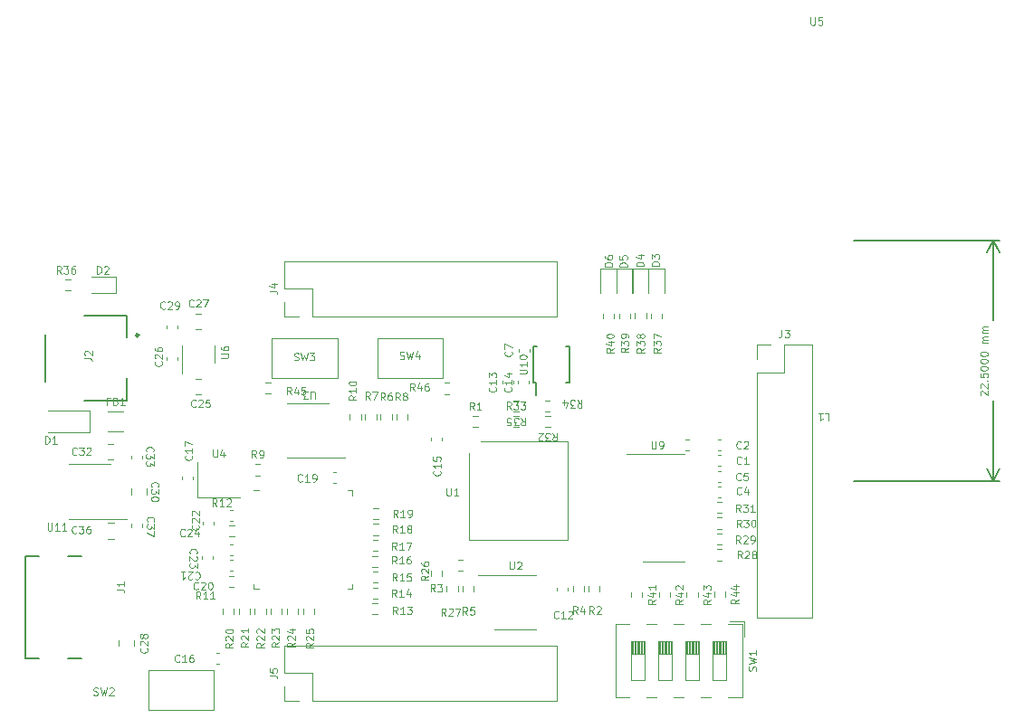
<source format=gbr>
%TF.GenerationSoftware,KiCad,Pcbnew,(6.0.0)*%
%TF.CreationDate,2022-08-04T21:46:00+02:00*%
%TF.ProjectId,TINY-FPGA-BOARD,54494e59-2d46-4504-9741-2d424f415244,rev?*%
%TF.SameCoordinates,Original*%
%TF.FileFunction,Legend,Top*%
%TF.FilePolarity,Positive*%
%FSLAX46Y46*%
G04 Gerber Fmt 4.6, Leading zero omitted, Abs format (unit mm)*
G04 Created by KiCad (PCBNEW (6.0.0)) date 2022-08-04 21:46:00*
%MOMM*%
%LPD*%
G01*
G04 APERTURE LIST*
%ADD10C,0.100000*%
%ADD11C,0.150000*%
%ADD12C,0.120000*%
%ADD13C,0.127000*%
%ADD14C,0.300000*%
%ADD15C,0.200000*%
G04 APERTURE END LIST*
D10*
X158383333Y-83483333D02*
X158350000Y-83450000D01*
X158316666Y-83383333D01*
X158316666Y-83216666D01*
X158350000Y-83150000D01*
X158383333Y-83116666D01*
X158450000Y-83083333D01*
X158516666Y-83083333D01*
X158616666Y-83116666D01*
X159016666Y-83516666D01*
X159016666Y-83083333D01*
X158383333Y-82816666D02*
X158350000Y-82783333D01*
X158316666Y-82716666D01*
X158316666Y-82550000D01*
X158350000Y-82483333D01*
X158383333Y-82450000D01*
X158450000Y-82416666D01*
X158516666Y-82416666D01*
X158616666Y-82450000D01*
X159016666Y-82850000D01*
X159016666Y-82416666D01*
X158950000Y-82116666D02*
X158983333Y-82083333D01*
X159016666Y-82116666D01*
X158983333Y-82150000D01*
X158950000Y-82116666D01*
X159016666Y-82116666D01*
X158316666Y-81450000D02*
X158316666Y-81783333D01*
X158650000Y-81816666D01*
X158616666Y-81783333D01*
X158583333Y-81716666D01*
X158583333Y-81550000D01*
X158616666Y-81483333D01*
X158650000Y-81450000D01*
X158716666Y-81416666D01*
X158883333Y-81416666D01*
X158950000Y-81450000D01*
X158983333Y-81483333D01*
X159016666Y-81550000D01*
X159016666Y-81716666D01*
X158983333Y-81783333D01*
X158950000Y-81816666D01*
X158316666Y-80983333D02*
X158316666Y-80916666D01*
X158350000Y-80850000D01*
X158383333Y-80816666D01*
X158450000Y-80783333D01*
X158583333Y-80750000D01*
X158750000Y-80750000D01*
X158883333Y-80783333D01*
X158950000Y-80816666D01*
X158983333Y-80850000D01*
X159016666Y-80916666D01*
X159016666Y-80983333D01*
X158983333Y-81050000D01*
X158950000Y-81083333D01*
X158883333Y-81116666D01*
X158750000Y-81150000D01*
X158583333Y-81150000D01*
X158450000Y-81116666D01*
X158383333Y-81083333D01*
X158350000Y-81050000D01*
X158316666Y-80983333D01*
X158316666Y-80316666D02*
X158316666Y-80250000D01*
X158350000Y-80183333D01*
X158383333Y-80150000D01*
X158450000Y-80116666D01*
X158583333Y-80083333D01*
X158750000Y-80083333D01*
X158883333Y-80116666D01*
X158950000Y-80150000D01*
X158983333Y-80183333D01*
X159016666Y-80250000D01*
X159016666Y-80316666D01*
X158983333Y-80383333D01*
X158950000Y-80416666D01*
X158883333Y-80450000D01*
X158750000Y-80483333D01*
X158583333Y-80483333D01*
X158450000Y-80450000D01*
X158383333Y-80416666D01*
X158350000Y-80383333D01*
X158316666Y-80316666D01*
X158316666Y-79650000D02*
X158316666Y-79583333D01*
X158350000Y-79516666D01*
X158383333Y-79483333D01*
X158450000Y-79450000D01*
X158583333Y-79416666D01*
X158750000Y-79416666D01*
X158883333Y-79450000D01*
X158950000Y-79483333D01*
X158983333Y-79516666D01*
X159016666Y-79583333D01*
X159016666Y-79650000D01*
X158983333Y-79716666D01*
X158950000Y-79750000D01*
X158883333Y-79783333D01*
X158750000Y-79816666D01*
X158583333Y-79816666D01*
X158450000Y-79783333D01*
X158383333Y-79750000D01*
X158350000Y-79716666D01*
X158316666Y-79650000D01*
X159016666Y-78583333D02*
X158550000Y-78583333D01*
X158616666Y-78583333D02*
X158583333Y-78550000D01*
X158550000Y-78483333D01*
X158550000Y-78383333D01*
X158583333Y-78316666D01*
X158650000Y-78283333D01*
X159016666Y-78283333D01*
X158650000Y-78283333D02*
X158583333Y-78250000D01*
X158550000Y-78183333D01*
X158550000Y-78083333D01*
X158583333Y-78016666D01*
X158650000Y-77983333D01*
X159016666Y-77983333D01*
X159016666Y-77650000D02*
X158550000Y-77650000D01*
X158616666Y-77650000D02*
X158583333Y-77616666D01*
X158550000Y-77550000D01*
X158550000Y-77450000D01*
X158583333Y-77383333D01*
X158650000Y-77350000D01*
X159016666Y-77350000D01*
X158650000Y-77350000D02*
X158583333Y-77316666D01*
X158550000Y-77250000D01*
X158550000Y-77150000D01*
X158583333Y-77083333D01*
X158650000Y-77050000D01*
X159016666Y-77050000D01*
D11*
X146500000Y-69000000D02*
X160086420Y-69000000D01*
X146500000Y-91500000D02*
X160086420Y-91500000D01*
X159500000Y-69000000D02*
X159500000Y-76483333D01*
X159500000Y-84016666D02*
X159500000Y-91500000D01*
X159500000Y-69000000D02*
X158913579Y-70126504D01*
X159500000Y-69000000D02*
X160086421Y-70126504D01*
X159500000Y-91500000D02*
X160086421Y-90373496D01*
X159500000Y-91500000D02*
X158913579Y-90373496D01*
D10*
%TO.C,C12*%
X118870000Y-104305000D02*
X118836666Y-104338333D01*
X118736666Y-104371666D01*
X118670000Y-104371666D01*
X118570000Y-104338333D01*
X118503333Y-104271666D01*
X118470000Y-104205000D01*
X118436666Y-104071666D01*
X118436666Y-103971666D01*
X118470000Y-103838333D01*
X118503333Y-103771666D01*
X118570000Y-103705000D01*
X118670000Y-103671666D01*
X118736666Y-103671666D01*
X118836666Y-103705000D01*
X118870000Y-103738333D01*
X119536666Y-104371666D02*
X119136666Y-104371666D01*
X119336666Y-104371666D02*
X119336666Y-103671666D01*
X119270000Y-103771666D01*
X119203333Y-103838333D01*
X119136666Y-103871666D01*
X119803333Y-103738333D02*
X119836666Y-103705000D01*
X119903333Y-103671666D01*
X120070000Y-103671666D01*
X120136666Y-103705000D01*
X120170000Y-103738333D01*
X120203333Y-103805000D01*
X120203333Y-103871666D01*
X120170000Y-103971666D01*
X119770000Y-104371666D01*
X120203333Y-104371666D01*
%TO.C,R6*%
X102658333Y-83941666D02*
X102425000Y-83608333D01*
X102258333Y-83941666D02*
X102258333Y-83241666D01*
X102525000Y-83241666D01*
X102591666Y-83275000D01*
X102625000Y-83308333D01*
X102658333Y-83375000D01*
X102658333Y-83475000D01*
X102625000Y-83541666D01*
X102591666Y-83575000D01*
X102525000Y-83608333D01*
X102258333Y-83608333D01*
X103258333Y-83241666D02*
X103125000Y-83241666D01*
X103058333Y-83275000D01*
X103025000Y-83308333D01*
X102958333Y-83408333D01*
X102925000Y-83541666D01*
X102925000Y-83808333D01*
X102958333Y-83875000D01*
X102991666Y-83908333D01*
X103058333Y-83941666D01*
X103191666Y-83941666D01*
X103258333Y-83908333D01*
X103291666Y-83875000D01*
X103325000Y-83808333D01*
X103325000Y-83641666D01*
X103291666Y-83575000D01*
X103258333Y-83541666D01*
X103191666Y-83508333D01*
X103058333Y-83508333D01*
X102991666Y-83541666D01*
X102958333Y-83575000D01*
X102925000Y-83641666D01*
%TO.C,R10*%
X99966666Y-83500000D02*
X99633333Y-83733333D01*
X99966666Y-83900000D02*
X99266666Y-83900000D01*
X99266666Y-83633333D01*
X99300000Y-83566666D01*
X99333333Y-83533333D01*
X99400000Y-83500000D01*
X99500000Y-83500000D01*
X99566666Y-83533333D01*
X99600000Y-83566666D01*
X99633333Y-83633333D01*
X99633333Y-83900000D01*
X99966666Y-82833333D02*
X99966666Y-83233333D01*
X99966666Y-83033333D02*
X99266666Y-83033333D01*
X99366666Y-83100000D01*
X99433333Y-83166666D01*
X99466666Y-83233333D01*
X99266666Y-82400000D02*
X99266666Y-82333333D01*
X99300000Y-82266666D01*
X99333333Y-82233333D01*
X99400000Y-82200000D01*
X99533333Y-82166666D01*
X99700000Y-82166666D01*
X99833333Y-82200000D01*
X99900000Y-82233333D01*
X99933333Y-82266666D01*
X99966666Y-82333333D01*
X99966666Y-82400000D01*
X99933333Y-82466666D01*
X99900000Y-82500000D01*
X99833333Y-82533333D01*
X99700000Y-82566666D01*
X99533333Y-82566666D01*
X99400000Y-82533333D01*
X99333333Y-82500000D01*
X99300000Y-82466666D01*
X99266666Y-82400000D01*
%TO.C,C14*%
X114445000Y-82725000D02*
X114478333Y-82758333D01*
X114511666Y-82858333D01*
X114511666Y-82925000D01*
X114478333Y-83025000D01*
X114411666Y-83091666D01*
X114345000Y-83125000D01*
X114211666Y-83158333D01*
X114111666Y-83158333D01*
X113978333Y-83125000D01*
X113911666Y-83091666D01*
X113845000Y-83025000D01*
X113811666Y-82925000D01*
X113811666Y-82858333D01*
X113845000Y-82758333D01*
X113878333Y-82725000D01*
X114511666Y-82058333D02*
X114511666Y-82458333D01*
X114511666Y-82258333D02*
X113811666Y-82258333D01*
X113911666Y-82325000D01*
X113978333Y-82391666D01*
X114011666Y-82458333D01*
X114045000Y-81458333D02*
X114511666Y-81458333D01*
X113778333Y-81625000D02*
X114278333Y-81791666D01*
X114278333Y-81358333D01*
%TO.C,R46*%
X105425000Y-83066666D02*
X105191666Y-82733333D01*
X105025000Y-83066666D02*
X105025000Y-82366666D01*
X105291666Y-82366666D01*
X105358333Y-82400000D01*
X105391666Y-82433333D01*
X105425000Y-82500000D01*
X105425000Y-82600000D01*
X105391666Y-82666666D01*
X105358333Y-82700000D01*
X105291666Y-82733333D01*
X105025000Y-82733333D01*
X106025000Y-82600000D02*
X106025000Y-83066666D01*
X105858333Y-82333333D02*
X105691666Y-82833333D01*
X106125000Y-82833333D01*
X106691666Y-82366666D02*
X106558333Y-82366666D01*
X106491666Y-82400000D01*
X106458333Y-82433333D01*
X106391666Y-82533333D01*
X106358333Y-82666666D01*
X106358333Y-82933333D01*
X106391666Y-83000000D01*
X106425000Y-83033333D01*
X106491666Y-83066666D01*
X106625000Y-83066666D01*
X106691666Y-83033333D01*
X106725000Y-83000000D01*
X106758333Y-82933333D01*
X106758333Y-82766666D01*
X106725000Y-82700000D01*
X106691666Y-82666666D01*
X106625000Y-82633333D01*
X106491666Y-82633333D01*
X106425000Y-82666666D01*
X106391666Y-82700000D01*
X106358333Y-82766666D01*
%TO.C,J2*%
X74566666Y-80033333D02*
X75066666Y-80033333D01*
X75166666Y-80066666D01*
X75233333Y-80133333D01*
X75266666Y-80233333D01*
X75266666Y-80300000D01*
X74633333Y-79733333D02*
X74600000Y-79700000D01*
X74566666Y-79633333D01*
X74566666Y-79466666D01*
X74600000Y-79400000D01*
X74633333Y-79366666D01*
X74700000Y-79333333D01*
X74766666Y-79333333D01*
X74866666Y-79366666D01*
X75266666Y-79766666D01*
X75266666Y-79333333D01*
%TO.C,R4*%
X120673333Y-103936666D02*
X120440000Y-103603333D01*
X120273333Y-103936666D02*
X120273333Y-103236666D01*
X120540000Y-103236666D01*
X120606666Y-103270000D01*
X120640000Y-103303333D01*
X120673333Y-103370000D01*
X120673333Y-103470000D01*
X120640000Y-103536666D01*
X120606666Y-103570000D01*
X120540000Y-103603333D01*
X120273333Y-103603333D01*
X121273333Y-103470000D02*
X121273333Y-103936666D01*
X121106666Y-103203333D02*
X120940000Y-103703333D01*
X121373333Y-103703333D01*
%TO.C,C28*%
X80380000Y-107150000D02*
X80413333Y-107183333D01*
X80446666Y-107283333D01*
X80446666Y-107350000D01*
X80413333Y-107450000D01*
X80346666Y-107516666D01*
X80280000Y-107550000D01*
X80146666Y-107583333D01*
X80046666Y-107583333D01*
X79913333Y-107550000D01*
X79846666Y-107516666D01*
X79780000Y-107450000D01*
X79746666Y-107350000D01*
X79746666Y-107283333D01*
X79780000Y-107183333D01*
X79813333Y-107150000D01*
X79813333Y-106883333D02*
X79780000Y-106850000D01*
X79746666Y-106783333D01*
X79746666Y-106616666D01*
X79780000Y-106550000D01*
X79813333Y-106516666D01*
X79880000Y-106483333D01*
X79946666Y-106483333D01*
X80046666Y-106516666D01*
X80446666Y-106916666D01*
X80446666Y-106483333D01*
X80046666Y-106083333D02*
X80013333Y-106150000D01*
X79980000Y-106183333D01*
X79913333Y-106216666D01*
X79880000Y-106216666D01*
X79813333Y-106183333D01*
X79780000Y-106150000D01*
X79746666Y-106083333D01*
X79746666Y-105950000D01*
X79780000Y-105883333D01*
X79813333Y-105850000D01*
X79880000Y-105816666D01*
X79913333Y-105816666D01*
X79980000Y-105850000D01*
X80013333Y-105883333D01*
X80046666Y-105950000D01*
X80046666Y-106083333D01*
X80080000Y-106150000D01*
X80113333Y-106183333D01*
X80180000Y-106216666D01*
X80313333Y-106216666D01*
X80380000Y-106183333D01*
X80413333Y-106150000D01*
X80446666Y-106083333D01*
X80446666Y-105950000D01*
X80413333Y-105883333D01*
X80380000Y-105850000D01*
X80313333Y-105816666D01*
X80180000Y-105816666D01*
X80113333Y-105850000D01*
X80080000Y-105883333D01*
X80046666Y-105950000D01*
%TO.C,C36*%
X73800000Y-96350000D02*
X73766666Y-96383333D01*
X73666666Y-96416666D01*
X73600000Y-96416666D01*
X73500000Y-96383333D01*
X73433333Y-96316666D01*
X73400000Y-96250000D01*
X73366666Y-96116666D01*
X73366666Y-96016666D01*
X73400000Y-95883333D01*
X73433333Y-95816666D01*
X73500000Y-95750000D01*
X73600000Y-95716666D01*
X73666666Y-95716666D01*
X73766666Y-95750000D01*
X73800000Y-95783333D01*
X74033333Y-95716666D02*
X74466666Y-95716666D01*
X74233333Y-95983333D01*
X74333333Y-95983333D01*
X74400000Y-96016666D01*
X74433333Y-96050000D01*
X74466666Y-96116666D01*
X74466666Y-96283333D01*
X74433333Y-96350000D01*
X74400000Y-96383333D01*
X74333333Y-96416666D01*
X74133333Y-96416666D01*
X74066666Y-96383333D01*
X74033333Y-96350000D01*
X75066666Y-95716666D02*
X74933333Y-95716666D01*
X74866666Y-95750000D01*
X74833333Y-95783333D01*
X74766666Y-95883333D01*
X74733333Y-96016666D01*
X74733333Y-96283333D01*
X74766666Y-96350000D01*
X74800000Y-96383333D01*
X74866666Y-96416666D01*
X75000000Y-96416666D01*
X75066666Y-96383333D01*
X75100000Y-96350000D01*
X75133333Y-96283333D01*
X75133333Y-96116666D01*
X75100000Y-96050000D01*
X75066666Y-96016666D01*
X75000000Y-95983333D01*
X74866666Y-95983333D01*
X74800000Y-96016666D01*
X74766666Y-96050000D01*
X74733333Y-96116666D01*
%TO.C,R22*%
X91341666Y-106675000D02*
X91008333Y-106908333D01*
X91341666Y-107075000D02*
X90641666Y-107075000D01*
X90641666Y-106808333D01*
X90675000Y-106741666D01*
X90708333Y-106708333D01*
X90775000Y-106675000D01*
X90875000Y-106675000D01*
X90941666Y-106708333D01*
X90975000Y-106741666D01*
X91008333Y-106808333D01*
X91008333Y-107075000D01*
X90708333Y-106408333D02*
X90675000Y-106375000D01*
X90641666Y-106308333D01*
X90641666Y-106141666D01*
X90675000Y-106075000D01*
X90708333Y-106041666D01*
X90775000Y-106008333D01*
X90841666Y-106008333D01*
X90941666Y-106041666D01*
X91341666Y-106441666D01*
X91341666Y-106008333D01*
X90708333Y-105741666D02*
X90675000Y-105708333D01*
X90641666Y-105641666D01*
X90641666Y-105475000D01*
X90675000Y-105408333D01*
X90708333Y-105375000D01*
X90775000Y-105341666D01*
X90841666Y-105341666D01*
X90941666Y-105375000D01*
X91341666Y-105775000D01*
X91341666Y-105341666D01*
%TO.C,U3*%
X96083333Y-83808333D02*
X96083333Y-83241666D01*
X96050000Y-83175000D01*
X96016666Y-83141666D01*
X95950000Y-83108333D01*
X95816666Y-83108333D01*
X95750000Y-83141666D01*
X95716666Y-83175000D01*
X95683333Y-83241666D01*
X95683333Y-83808333D01*
X95416666Y-83808333D02*
X94983333Y-83808333D01*
X95216666Y-83541666D01*
X95116666Y-83541666D01*
X95050000Y-83508333D01*
X95016666Y-83475000D01*
X94983333Y-83408333D01*
X94983333Y-83241666D01*
X95016666Y-83175000D01*
X95050000Y-83141666D01*
X95116666Y-83108333D01*
X95316666Y-83108333D01*
X95383333Y-83141666D01*
X95416666Y-83175000D01*
%TO.C,C1*%
X135978333Y-89860000D02*
X135945000Y-89893333D01*
X135845000Y-89926666D01*
X135778333Y-89926666D01*
X135678333Y-89893333D01*
X135611666Y-89826666D01*
X135578333Y-89760000D01*
X135545000Y-89626666D01*
X135545000Y-89526666D01*
X135578333Y-89393333D01*
X135611666Y-89326666D01*
X135678333Y-89260000D01*
X135778333Y-89226666D01*
X135845000Y-89226666D01*
X135945000Y-89260000D01*
X135978333Y-89293333D01*
X136645000Y-89926666D02*
X136245000Y-89926666D01*
X136445000Y-89926666D02*
X136445000Y-89226666D01*
X136378333Y-89326666D01*
X136311666Y-89393333D01*
X136245000Y-89426666D01*
%TO.C,J1*%
X77586666Y-101645833D02*
X78086666Y-101645833D01*
X78186666Y-101679166D01*
X78253333Y-101745833D01*
X78286666Y-101845833D01*
X78286666Y-101912500D01*
X78286666Y-100945833D02*
X78286666Y-101345833D01*
X78286666Y-101145833D02*
X77586666Y-101145833D01*
X77686666Y-101212500D01*
X77753333Y-101279166D01*
X77786666Y-101345833D01*
%TO.C,SW1*%
X137328333Y-109258333D02*
X137361666Y-109158333D01*
X137361666Y-108991666D01*
X137328333Y-108925000D01*
X137295000Y-108891666D01*
X137228333Y-108858333D01*
X137161666Y-108858333D01*
X137095000Y-108891666D01*
X137061666Y-108925000D01*
X137028333Y-108991666D01*
X136995000Y-109125000D01*
X136961666Y-109191666D01*
X136928333Y-109225000D01*
X136861666Y-109258333D01*
X136795000Y-109258333D01*
X136728333Y-109225000D01*
X136695000Y-109191666D01*
X136661666Y-109125000D01*
X136661666Y-108958333D01*
X136695000Y-108858333D01*
X136661666Y-108625000D02*
X137361666Y-108458333D01*
X136861666Y-108325000D01*
X137361666Y-108191666D01*
X136661666Y-108025000D01*
X137361666Y-107391666D02*
X137361666Y-107791666D01*
X137361666Y-107591666D02*
X136661666Y-107591666D01*
X136761666Y-107658333D01*
X136828333Y-107725000D01*
X136861666Y-107791666D01*
%TO.C,C26*%
X81750000Y-80300000D02*
X81783333Y-80333333D01*
X81816666Y-80433333D01*
X81816666Y-80500000D01*
X81783333Y-80600000D01*
X81716666Y-80666666D01*
X81650000Y-80700000D01*
X81516666Y-80733333D01*
X81416666Y-80733333D01*
X81283333Y-80700000D01*
X81216666Y-80666666D01*
X81150000Y-80600000D01*
X81116666Y-80500000D01*
X81116666Y-80433333D01*
X81150000Y-80333333D01*
X81183333Y-80300000D01*
X81183333Y-80033333D02*
X81150000Y-80000000D01*
X81116666Y-79933333D01*
X81116666Y-79766666D01*
X81150000Y-79700000D01*
X81183333Y-79666666D01*
X81250000Y-79633333D01*
X81316666Y-79633333D01*
X81416666Y-79666666D01*
X81816666Y-80066666D01*
X81816666Y-79633333D01*
X81116666Y-79033333D02*
X81116666Y-79166666D01*
X81150000Y-79233333D01*
X81183333Y-79266666D01*
X81283333Y-79333333D01*
X81416666Y-79366666D01*
X81683333Y-79366666D01*
X81750000Y-79333333D01*
X81783333Y-79300000D01*
X81816666Y-79233333D01*
X81816666Y-79100000D01*
X81783333Y-79033333D01*
X81750000Y-79000000D01*
X81683333Y-78966666D01*
X81516666Y-78966666D01*
X81450000Y-79000000D01*
X81416666Y-79033333D01*
X81383333Y-79100000D01*
X81383333Y-79233333D01*
X81416666Y-79300000D01*
X81450000Y-79333333D01*
X81516666Y-79366666D01*
%TO.C,C7*%
X114470000Y-79391666D02*
X114503333Y-79425000D01*
X114536666Y-79525000D01*
X114536666Y-79591666D01*
X114503333Y-79691666D01*
X114436666Y-79758333D01*
X114370000Y-79791666D01*
X114236666Y-79825000D01*
X114136666Y-79825000D01*
X114003333Y-79791666D01*
X113936666Y-79758333D01*
X113870000Y-79691666D01*
X113836666Y-79591666D01*
X113836666Y-79525000D01*
X113870000Y-79425000D01*
X113903333Y-79391666D01*
X113836666Y-79158333D02*
X113836666Y-78691666D01*
X114536666Y-78991666D01*
%TO.C,C21*%
X84900000Y-100075000D02*
X84933333Y-100041666D01*
X85033333Y-100008333D01*
X85100000Y-100008333D01*
X85200000Y-100041666D01*
X85266666Y-100108333D01*
X85300000Y-100175000D01*
X85333333Y-100308333D01*
X85333333Y-100408333D01*
X85300000Y-100541666D01*
X85266666Y-100608333D01*
X85200000Y-100675000D01*
X85100000Y-100708333D01*
X85033333Y-100708333D01*
X84933333Y-100675000D01*
X84900000Y-100641666D01*
X84633333Y-100641666D02*
X84600000Y-100675000D01*
X84533333Y-100708333D01*
X84366666Y-100708333D01*
X84300000Y-100675000D01*
X84266666Y-100641666D01*
X84233333Y-100575000D01*
X84233333Y-100508333D01*
X84266666Y-100408333D01*
X84666666Y-100008333D01*
X84233333Y-100008333D01*
X83566666Y-100008333D02*
X83966666Y-100008333D01*
X83766666Y-100008333D02*
X83766666Y-100708333D01*
X83833333Y-100608333D01*
X83900000Y-100541666D01*
X83966666Y-100508333D01*
%TO.C,U6*%
X87316666Y-79983333D02*
X87883333Y-79983333D01*
X87950000Y-79950000D01*
X87983333Y-79916666D01*
X88016666Y-79850000D01*
X88016666Y-79716666D01*
X87983333Y-79650000D01*
X87950000Y-79616666D01*
X87883333Y-79583333D01*
X87316666Y-79583333D01*
X87316666Y-78950000D02*
X87316666Y-79083333D01*
X87350000Y-79150000D01*
X87383333Y-79183333D01*
X87483333Y-79250000D01*
X87616666Y-79283333D01*
X87883333Y-79283333D01*
X87950000Y-79250000D01*
X87983333Y-79216666D01*
X88016666Y-79150000D01*
X88016666Y-79016666D01*
X87983333Y-78950000D01*
X87950000Y-78916666D01*
X87883333Y-78883333D01*
X87716666Y-78883333D01*
X87650000Y-78916666D01*
X87616666Y-78950000D01*
X87583333Y-79016666D01*
X87583333Y-79150000D01*
X87616666Y-79216666D01*
X87650000Y-79250000D01*
X87716666Y-79283333D01*
%TO.C,R32*%
X118325000Y-87038333D02*
X118558333Y-87371666D01*
X118725000Y-87038333D02*
X118725000Y-87738333D01*
X118458333Y-87738333D01*
X118391666Y-87705000D01*
X118358333Y-87671666D01*
X118325000Y-87605000D01*
X118325000Y-87505000D01*
X118358333Y-87438333D01*
X118391666Y-87405000D01*
X118458333Y-87371666D01*
X118725000Y-87371666D01*
X118091666Y-87738333D02*
X117658333Y-87738333D01*
X117891666Y-87471666D01*
X117791666Y-87471666D01*
X117725000Y-87438333D01*
X117691666Y-87405000D01*
X117658333Y-87338333D01*
X117658333Y-87171666D01*
X117691666Y-87105000D01*
X117725000Y-87071666D01*
X117791666Y-87038333D01*
X117991666Y-87038333D01*
X118058333Y-87071666D01*
X118091666Y-87105000D01*
X117391666Y-87671666D02*
X117358333Y-87705000D01*
X117291666Y-87738333D01*
X117125000Y-87738333D01*
X117058333Y-87705000D01*
X117025000Y-87671666D01*
X116991666Y-87605000D01*
X116991666Y-87538333D01*
X117025000Y-87438333D01*
X117425000Y-87038333D01*
X116991666Y-87038333D01*
%TO.C,R35*%
X115375000Y-85613333D02*
X115608333Y-85946666D01*
X115775000Y-85613333D02*
X115775000Y-86313333D01*
X115508333Y-86313333D01*
X115441666Y-86280000D01*
X115408333Y-86246666D01*
X115375000Y-86180000D01*
X115375000Y-86080000D01*
X115408333Y-86013333D01*
X115441666Y-85980000D01*
X115508333Y-85946666D01*
X115775000Y-85946666D01*
X115141666Y-86313333D02*
X114708333Y-86313333D01*
X114941666Y-86046666D01*
X114841666Y-86046666D01*
X114775000Y-86013333D01*
X114741666Y-85980000D01*
X114708333Y-85913333D01*
X114708333Y-85746666D01*
X114741666Y-85680000D01*
X114775000Y-85646666D01*
X114841666Y-85613333D01*
X115041666Y-85613333D01*
X115108333Y-85646666D01*
X115141666Y-85680000D01*
X114075000Y-86313333D02*
X114408333Y-86313333D01*
X114441666Y-85980000D01*
X114408333Y-86013333D01*
X114341666Y-86046666D01*
X114175000Y-86046666D01*
X114108333Y-86013333D01*
X114075000Y-85980000D01*
X114041666Y-85913333D01*
X114041666Y-85746666D01*
X114075000Y-85680000D01*
X114108333Y-85646666D01*
X114175000Y-85613333D01*
X114341666Y-85613333D01*
X114408333Y-85646666D01*
X114441666Y-85680000D01*
%TO.C,C29*%
X82075000Y-75325000D02*
X82041666Y-75358333D01*
X81941666Y-75391666D01*
X81875000Y-75391666D01*
X81775000Y-75358333D01*
X81708333Y-75291666D01*
X81675000Y-75225000D01*
X81641666Y-75091666D01*
X81641666Y-74991666D01*
X81675000Y-74858333D01*
X81708333Y-74791666D01*
X81775000Y-74725000D01*
X81875000Y-74691666D01*
X81941666Y-74691666D01*
X82041666Y-74725000D01*
X82075000Y-74758333D01*
X82341666Y-74758333D02*
X82375000Y-74725000D01*
X82441666Y-74691666D01*
X82608333Y-74691666D01*
X82675000Y-74725000D01*
X82708333Y-74758333D01*
X82741666Y-74825000D01*
X82741666Y-74891666D01*
X82708333Y-74991666D01*
X82308333Y-75391666D01*
X82741666Y-75391666D01*
X83075000Y-75391666D02*
X83208333Y-75391666D01*
X83275000Y-75358333D01*
X83308333Y-75325000D01*
X83375000Y-75225000D01*
X83408333Y-75091666D01*
X83408333Y-74825000D01*
X83375000Y-74758333D01*
X83341666Y-74725000D01*
X83275000Y-74691666D01*
X83141666Y-74691666D01*
X83075000Y-74725000D01*
X83041666Y-74758333D01*
X83008333Y-74825000D01*
X83008333Y-74991666D01*
X83041666Y-75058333D01*
X83075000Y-75091666D01*
X83141666Y-75125000D01*
X83275000Y-75125000D01*
X83341666Y-75091666D01*
X83375000Y-75058333D01*
X83408333Y-74991666D01*
%TO.C,R29*%
X135895000Y-97326666D02*
X135661666Y-96993333D01*
X135495000Y-97326666D02*
X135495000Y-96626666D01*
X135761666Y-96626666D01*
X135828333Y-96660000D01*
X135861666Y-96693333D01*
X135895000Y-96760000D01*
X135895000Y-96860000D01*
X135861666Y-96926666D01*
X135828333Y-96960000D01*
X135761666Y-96993333D01*
X135495000Y-96993333D01*
X136161666Y-96693333D02*
X136195000Y-96660000D01*
X136261666Y-96626666D01*
X136428333Y-96626666D01*
X136495000Y-96660000D01*
X136528333Y-96693333D01*
X136561666Y-96760000D01*
X136561666Y-96826666D01*
X136528333Y-96926666D01*
X136128333Y-97326666D01*
X136561666Y-97326666D01*
X136895000Y-97326666D02*
X137028333Y-97326666D01*
X137095000Y-97293333D01*
X137128333Y-97260000D01*
X137195000Y-97160000D01*
X137228333Y-97026666D01*
X137228333Y-96760000D01*
X137195000Y-96693333D01*
X137161666Y-96660000D01*
X137095000Y-96626666D01*
X136961666Y-96626666D01*
X136895000Y-96660000D01*
X136861666Y-96693333D01*
X136828333Y-96760000D01*
X136828333Y-96926666D01*
X136861666Y-96993333D01*
X136895000Y-97026666D01*
X136961666Y-97060000D01*
X137095000Y-97060000D01*
X137161666Y-97026666D01*
X137195000Y-96993333D01*
X137228333Y-96926666D01*
%TO.C,C22*%
X85200000Y-95650000D02*
X85233333Y-95683333D01*
X85266666Y-95783333D01*
X85266666Y-95850000D01*
X85233333Y-95950000D01*
X85166666Y-96016666D01*
X85100000Y-96050000D01*
X84966666Y-96083333D01*
X84866666Y-96083333D01*
X84733333Y-96050000D01*
X84666666Y-96016666D01*
X84600000Y-95950000D01*
X84566666Y-95850000D01*
X84566666Y-95783333D01*
X84600000Y-95683333D01*
X84633333Y-95650000D01*
X84633333Y-95383333D02*
X84600000Y-95350000D01*
X84566666Y-95283333D01*
X84566666Y-95116666D01*
X84600000Y-95050000D01*
X84633333Y-95016666D01*
X84700000Y-94983333D01*
X84766666Y-94983333D01*
X84866666Y-95016666D01*
X85266666Y-95416666D01*
X85266666Y-94983333D01*
X84633333Y-94716666D02*
X84600000Y-94683333D01*
X84566666Y-94616666D01*
X84566666Y-94450000D01*
X84600000Y-94383333D01*
X84633333Y-94350000D01*
X84700000Y-94316666D01*
X84766666Y-94316666D01*
X84866666Y-94350000D01*
X85266666Y-94750000D01*
X85266666Y-94316666D01*
%TO.C,C25*%
X84950000Y-84525000D02*
X84916666Y-84558333D01*
X84816666Y-84591666D01*
X84750000Y-84591666D01*
X84650000Y-84558333D01*
X84583333Y-84491666D01*
X84550000Y-84425000D01*
X84516666Y-84291666D01*
X84516666Y-84191666D01*
X84550000Y-84058333D01*
X84583333Y-83991666D01*
X84650000Y-83925000D01*
X84750000Y-83891666D01*
X84816666Y-83891666D01*
X84916666Y-83925000D01*
X84950000Y-83958333D01*
X85216666Y-83958333D02*
X85250000Y-83925000D01*
X85316666Y-83891666D01*
X85483333Y-83891666D01*
X85550000Y-83925000D01*
X85583333Y-83958333D01*
X85616666Y-84025000D01*
X85616666Y-84091666D01*
X85583333Y-84191666D01*
X85183333Y-84591666D01*
X85616666Y-84591666D01*
X86250000Y-83891666D02*
X85916666Y-83891666D01*
X85883333Y-84225000D01*
X85916666Y-84191666D01*
X85983333Y-84158333D01*
X86150000Y-84158333D01*
X86216666Y-84191666D01*
X86250000Y-84225000D01*
X86283333Y-84291666D01*
X86283333Y-84458333D01*
X86250000Y-84525000D01*
X86216666Y-84558333D01*
X86150000Y-84591666D01*
X85983333Y-84591666D01*
X85916666Y-84558333D01*
X85883333Y-84525000D01*
%TO.C,R11*%
X85400000Y-102566666D02*
X85166666Y-102233333D01*
X85000000Y-102566666D02*
X85000000Y-101866666D01*
X85266666Y-101866666D01*
X85333333Y-101900000D01*
X85366666Y-101933333D01*
X85400000Y-102000000D01*
X85400000Y-102100000D01*
X85366666Y-102166666D01*
X85333333Y-102200000D01*
X85266666Y-102233333D01*
X85000000Y-102233333D01*
X86066666Y-102566666D02*
X85666666Y-102566666D01*
X85866666Y-102566666D02*
X85866666Y-101866666D01*
X85800000Y-101966666D01*
X85733333Y-102033333D01*
X85666666Y-102066666D01*
X86733333Y-102566666D02*
X86333333Y-102566666D01*
X86533333Y-102566666D02*
X86533333Y-101866666D01*
X86466666Y-101966666D01*
X86400000Y-102033333D01*
X86333333Y-102066666D01*
%TO.C,C20*%
X85175000Y-101600000D02*
X85141666Y-101633333D01*
X85041666Y-101666666D01*
X84975000Y-101666666D01*
X84875000Y-101633333D01*
X84808333Y-101566666D01*
X84775000Y-101500000D01*
X84741666Y-101366666D01*
X84741666Y-101266666D01*
X84775000Y-101133333D01*
X84808333Y-101066666D01*
X84875000Y-101000000D01*
X84975000Y-100966666D01*
X85041666Y-100966666D01*
X85141666Y-101000000D01*
X85175000Y-101033333D01*
X85441666Y-101033333D02*
X85475000Y-101000000D01*
X85541666Y-100966666D01*
X85708333Y-100966666D01*
X85775000Y-101000000D01*
X85808333Y-101033333D01*
X85841666Y-101100000D01*
X85841666Y-101166666D01*
X85808333Y-101266666D01*
X85408333Y-101666666D01*
X85841666Y-101666666D01*
X86275000Y-100966666D02*
X86341666Y-100966666D01*
X86408333Y-101000000D01*
X86441666Y-101033333D01*
X86475000Y-101100000D01*
X86508333Y-101233333D01*
X86508333Y-101400000D01*
X86475000Y-101533333D01*
X86441666Y-101600000D01*
X86408333Y-101633333D01*
X86341666Y-101666666D01*
X86275000Y-101666666D01*
X86208333Y-101633333D01*
X86175000Y-101600000D01*
X86141666Y-101533333D01*
X86108333Y-101400000D01*
X86108333Y-101233333D01*
X86141666Y-101100000D01*
X86175000Y-101033333D01*
X86208333Y-101000000D01*
X86275000Y-100966666D01*
%TO.C,C2*%
X135953333Y-88435000D02*
X135920000Y-88468333D01*
X135820000Y-88501666D01*
X135753333Y-88501666D01*
X135653333Y-88468333D01*
X135586666Y-88401666D01*
X135553333Y-88335000D01*
X135520000Y-88201666D01*
X135520000Y-88101666D01*
X135553333Y-87968333D01*
X135586666Y-87901666D01*
X135653333Y-87835000D01*
X135753333Y-87801666D01*
X135820000Y-87801666D01*
X135920000Y-87835000D01*
X135953333Y-87868333D01*
X136220000Y-87868333D02*
X136253333Y-87835000D01*
X136320000Y-87801666D01*
X136486666Y-87801666D01*
X136553333Y-87835000D01*
X136586666Y-87868333D01*
X136620000Y-87935000D01*
X136620000Y-88001666D01*
X136586666Y-88101666D01*
X136186666Y-88501666D01*
X136620000Y-88501666D01*
%TO.C,R31*%
X135920000Y-94401666D02*
X135686666Y-94068333D01*
X135520000Y-94401666D02*
X135520000Y-93701666D01*
X135786666Y-93701666D01*
X135853333Y-93735000D01*
X135886666Y-93768333D01*
X135920000Y-93835000D01*
X135920000Y-93935000D01*
X135886666Y-94001666D01*
X135853333Y-94035000D01*
X135786666Y-94068333D01*
X135520000Y-94068333D01*
X136153333Y-93701666D02*
X136586666Y-93701666D01*
X136353333Y-93968333D01*
X136453333Y-93968333D01*
X136520000Y-94001666D01*
X136553333Y-94035000D01*
X136586666Y-94101666D01*
X136586666Y-94268333D01*
X136553333Y-94335000D01*
X136520000Y-94368333D01*
X136453333Y-94401666D01*
X136253333Y-94401666D01*
X136186666Y-94368333D01*
X136153333Y-94335000D01*
X137253333Y-94401666D02*
X136853333Y-94401666D01*
X137053333Y-94401666D02*
X137053333Y-93701666D01*
X136986666Y-93801666D01*
X136920000Y-93868333D01*
X136853333Y-93901666D01*
%TO.C,R43*%
X133121666Y-102600000D02*
X132788333Y-102833333D01*
X133121666Y-103000000D02*
X132421666Y-103000000D01*
X132421666Y-102733333D01*
X132455000Y-102666666D01*
X132488333Y-102633333D01*
X132555000Y-102600000D01*
X132655000Y-102600000D01*
X132721666Y-102633333D01*
X132755000Y-102666666D01*
X132788333Y-102733333D01*
X132788333Y-103000000D01*
X132655000Y-102000000D02*
X133121666Y-102000000D01*
X132388333Y-102166666D02*
X132888333Y-102333333D01*
X132888333Y-101900000D01*
X132421666Y-101700000D02*
X132421666Y-101266666D01*
X132688333Y-101500000D01*
X132688333Y-101400000D01*
X132721666Y-101333333D01*
X132755000Y-101300000D01*
X132821666Y-101266666D01*
X132988333Y-101266666D01*
X133055000Y-101300000D01*
X133088333Y-101333333D01*
X133121666Y-101400000D01*
X133121666Y-101600000D01*
X133088333Y-101666666D01*
X133055000Y-101700000D01*
%TO.C,R38*%
X126916666Y-79062500D02*
X126583333Y-79295833D01*
X126916666Y-79462500D02*
X126216666Y-79462500D01*
X126216666Y-79195833D01*
X126250000Y-79129166D01*
X126283333Y-79095833D01*
X126350000Y-79062500D01*
X126450000Y-79062500D01*
X126516666Y-79095833D01*
X126550000Y-79129166D01*
X126583333Y-79195833D01*
X126583333Y-79462500D01*
X126216666Y-78829166D02*
X126216666Y-78395833D01*
X126483333Y-78629166D01*
X126483333Y-78529166D01*
X126516666Y-78462500D01*
X126550000Y-78429166D01*
X126616666Y-78395833D01*
X126783333Y-78395833D01*
X126850000Y-78429166D01*
X126883333Y-78462500D01*
X126916666Y-78529166D01*
X126916666Y-78729166D01*
X126883333Y-78795833D01*
X126850000Y-78829166D01*
X126516666Y-77995833D02*
X126483333Y-78062500D01*
X126450000Y-78095833D01*
X126383333Y-78129166D01*
X126350000Y-78129166D01*
X126283333Y-78095833D01*
X126250000Y-78062500D01*
X126216666Y-77995833D01*
X126216666Y-77862500D01*
X126250000Y-77795833D01*
X126283333Y-77762500D01*
X126350000Y-77729166D01*
X126383333Y-77729166D01*
X126450000Y-77762500D01*
X126483333Y-77795833D01*
X126516666Y-77862500D01*
X126516666Y-77995833D01*
X126550000Y-78062500D01*
X126583333Y-78095833D01*
X126650000Y-78129166D01*
X126783333Y-78129166D01*
X126850000Y-78095833D01*
X126883333Y-78062500D01*
X126916666Y-77995833D01*
X126916666Y-77862500D01*
X126883333Y-77795833D01*
X126850000Y-77762500D01*
X126783333Y-77729166D01*
X126650000Y-77729166D01*
X126583333Y-77762500D01*
X126550000Y-77795833D01*
X126516666Y-77862500D01*
%TO.C,R3*%
X107333333Y-101876666D02*
X107100000Y-101543333D01*
X106933333Y-101876666D02*
X106933333Y-101176666D01*
X107200000Y-101176666D01*
X107266666Y-101210000D01*
X107300000Y-101243333D01*
X107333333Y-101310000D01*
X107333333Y-101410000D01*
X107300000Y-101476666D01*
X107266666Y-101510000D01*
X107200000Y-101543333D01*
X106933333Y-101543333D01*
X107566666Y-101176666D02*
X108000000Y-101176666D01*
X107766666Y-101443333D01*
X107866666Y-101443333D01*
X107933333Y-101476666D01*
X107966666Y-101510000D01*
X108000000Y-101576666D01*
X108000000Y-101743333D01*
X107966666Y-101810000D01*
X107933333Y-101843333D01*
X107866666Y-101876666D01*
X107666666Y-101876666D01*
X107600000Y-101843333D01*
X107566666Y-101810000D01*
%TO.C,C27*%
X84750000Y-75145000D02*
X84716666Y-75178333D01*
X84616666Y-75211666D01*
X84550000Y-75211666D01*
X84450000Y-75178333D01*
X84383333Y-75111666D01*
X84350000Y-75045000D01*
X84316666Y-74911666D01*
X84316666Y-74811666D01*
X84350000Y-74678333D01*
X84383333Y-74611666D01*
X84450000Y-74545000D01*
X84550000Y-74511666D01*
X84616666Y-74511666D01*
X84716666Y-74545000D01*
X84750000Y-74578333D01*
X85016666Y-74578333D02*
X85050000Y-74545000D01*
X85116666Y-74511666D01*
X85283333Y-74511666D01*
X85350000Y-74545000D01*
X85383333Y-74578333D01*
X85416666Y-74645000D01*
X85416666Y-74711666D01*
X85383333Y-74811666D01*
X84983333Y-75211666D01*
X85416666Y-75211666D01*
X85650000Y-74511666D02*
X86116666Y-74511666D01*
X85816666Y-75211666D01*
%TO.C,J3*%
X139761666Y-77361666D02*
X139761666Y-77861666D01*
X139728333Y-77961666D01*
X139661666Y-78028333D01*
X139561666Y-78061666D01*
X139495000Y-78061666D01*
X140028333Y-77361666D02*
X140461666Y-77361666D01*
X140228333Y-77628333D01*
X140328333Y-77628333D01*
X140395000Y-77661666D01*
X140428333Y-77695000D01*
X140461666Y-77761666D01*
X140461666Y-77928333D01*
X140428333Y-77995000D01*
X140395000Y-78028333D01*
X140328333Y-78061666D01*
X140128333Y-78061666D01*
X140061666Y-78028333D01*
X140028333Y-77995000D01*
%TO.C,R28*%
X136045000Y-98751666D02*
X135811666Y-98418333D01*
X135645000Y-98751666D02*
X135645000Y-98051666D01*
X135911666Y-98051666D01*
X135978333Y-98085000D01*
X136011666Y-98118333D01*
X136045000Y-98185000D01*
X136045000Y-98285000D01*
X136011666Y-98351666D01*
X135978333Y-98385000D01*
X135911666Y-98418333D01*
X135645000Y-98418333D01*
X136311666Y-98118333D02*
X136345000Y-98085000D01*
X136411666Y-98051666D01*
X136578333Y-98051666D01*
X136645000Y-98085000D01*
X136678333Y-98118333D01*
X136711666Y-98185000D01*
X136711666Y-98251666D01*
X136678333Y-98351666D01*
X136278333Y-98751666D01*
X136711666Y-98751666D01*
X137111666Y-98351666D02*
X137045000Y-98318333D01*
X137011666Y-98285000D01*
X136978333Y-98218333D01*
X136978333Y-98185000D01*
X137011666Y-98118333D01*
X137045000Y-98085000D01*
X137111666Y-98051666D01*
X137245000Y-98051666D01*
X137311666Y-98085000D01*
X137345000Y-98118333D01*
X137378333Y-98185000D01*
X137378333Y-98218333D01*
X137345000Y-98285000D01*
X137311666Y-98318333D01*
X137245000Y-98351666D01*
X137111666Y-98351666D01*
X137045000Y-98385000D01*
X137011666Y-98418333D01*
X136978333Y-98485000D01*
X136978333Y-98618333D01*
X137011666Y-98685000D01*
X137045000Y-98718333D01*
X137111666Y-98751666D01*
X137245000Y-98751666D01*
X137311666Y-98718333D01*
X137345000Y-98685000D01*
X137378333Y-98618333D01*
X137378333Y-98485000D01*
X137345000Y-98418333D01*
X137311666Y-98385000D01*
X137245000Y-98351666D01*
%TO.C,R5*%
X110353333Y-104011666D02*
X110120000Y-103678333D01*
X109953333Y-104011666D02*
X109953333Y-103311666D01*
X110220000Y-103311666D01*
X110286666Y-103345000D01*
X110320000Y-103378333D01*
X110353333Y-103445000D01*
X110353333Y-103545000D01*
X110320000Y-103611666D01*
X110286666Y-103645000D01*
X110220000Y-103678333D01*
X109953333Y-103678333D01*
X110986666Y-103311666D02*
X110653333Y-103311666D01*
X110620000Y-103645000D01*
X110653333Y-103611666D01*
X110720000Y-103578333D01*
X110886666Y-103578333D01*
X110953333Y-103611666D01*
X110986666Y-103645000D01*
X111020000Y-103711666D01*
X111020000Y-103878333D01*
X110986666Y-103945000D01*
X110953333Y-103978333D01*
X110886666Y-104011666D01*
X110720000Y-104011666D01*
X110653333Y-103978333D01*
X110620000Y-103945000D01*
%TO.C,D2*%
X75733333Y-72091666D02*
X75733333Y-71391666D01*
X75900000Y-71391666D01*
X76000000Y-71425000D01*
X76066666Y-71491666D01*
X76100000Y-71558333D01*
X76133333Y-71691666D01*
X76133333Y-71791666D01*
X76100000Y-71925000D01*
X76066666Y-71991666D01*
X76000000Y-72058333D01*
X75900000Y-72091666D01*
X75733333Y-72091666D01*
X76400000Y-71458333D02*
X76433333Y-71425000D01*
X76500000Y-71391666D01*
X76666666Y-71391666D01*
X76733333Y-71425000D01*
X76766666Y-71458333D01*
X76800000Y-71525000D01*
X76800000Y-71591666D01*
X76766666Y-71691666D01*
X76366666Y-72091666D01*
X76800000Y-72091666D01*
%TO.C,U9*%
X127586666Y-87801666D02*
X127586666Y-88368333D01*
X127620000Y-88435000D01*
X127653333Y-88468333D01*
X127720000Y-88501666D01*
X127853333Y-88501666D01*
X127920000Y-88468333D01*
X127953333Y-88435000D01*
X127986666Y-88368333D01*
X127986666Y-87801666D01*
X128353333Y-88501666D02*
X128486666Y-88501666D01*
X128553333Y-88468333D01*
X128586666Y-88435000D01*
X128653333Y-88335000D01*
X128686666Y-88201666D01*
X128686666Y-87935000D01*
X128653333Y-87868333D01*
X128620000Y-87835000D01*
X128553333Y-87801666D01*
X128420000Y-87801666D01*
X128353333Y-87835000D01*
X128320000Y-87868333D01*
X128286666Y-87935000D01*
X128286666Y-88101666D01*
X128320000Y-88168333D01*
X128353333Y-88201666D01*
X128420000Y-88235000D01*
X128553333Y-88235000D01*
X128620000Y-88201666D01*
X128653333Y-88168333D01*
X128686666Y-88101666D01*
%TO.C,C32*%
X73825000Y-89000000D02*
X73791666Y-89033333D01*
X73691666Y-89066666D01*
X73625000Y-89066666D01*
X73525000Y-89033333D01*
X73458333Y-88966666D01*
X73425000Y-88900000D01*
X73391666Y-88766666D01*
X73391666Y-88666666D01*
X73425000Y-88533333D01*
X73458333Y-88466666D01*
X73525000Y-88400000D01*
X73625000Y-88366666D01*
X73691666Y-88366666D01*
X73791666Y-88400000D01*
X73825000Y-88433333D01*
X74058333Y-88366666D02*
X74491666Y-88366666D01*
X74258333Y-88633333D01*
X74358333Y-88633333D01*
X74425000Y-88666666D01*
X74458333Y-88700000D01*
X74491666Y-88766666D01*
X74491666Y-88933333D01*
X74458333Y-89000000D01*
X74425000Y-89033333D01*
X74358333Y-89066666D01*
X74158333Y-89066666D01*
X74091666Y-89033333D01*
X74058333Y-89000000D01*
X74758333Y-88433333D02*
X74791666Y-88400000D01*
X74858333Y-88366666D01*
X75025000Y-88366666D01*
X75091666Y-88400000D01*
X75125000Y-88433333D01*
X75158333Y-88500000D01*
X75158333Y-88566666D01*
X75125000Y-88666666D01*
X74725000Y-89066666D01*
X75158333Y-89066666D01*
%TO.C,R7*%
X101258333Y-83866666D02*
X101025000Y-83533333D01*
X100858333Y-83866666D02*
X100858333Y-83166666D01*
X101125000Y-83166666D01*
X101191666Y-83200000D01*
X101225000Y-83233333D01*
X101258333Y-83300000D01*
X101258333Y-83400000D01*
X101225000Y-83466666D01*
X101191666Y-83500000D01*
X101125000Y-83533333D01*
X100858333Y-83533333D01*
X101491666Y-83166666D02*
X101958333Y-83166666D01*
X101658333Y-83866666D01*
%TO.C,U2*%
X114316666Y-99066666D02*
X114316666Y-99633333D01*
X114350000Y-99700000D01*
X114383333Y-99733333D01*
X114450000Y-99766666D01*
X114583333Y-99766666D01*
X114650000Y-99733333D01*
X114683333Y-99700000D01*
X114716666Y-99633333D01*
X114716666Y-99066666D01*
X115016666Y-99133333D02*
X115050000Y-99100000D01*
X115116666Y-99066666D01*
X115283333Y-99066666D01*
X115350000Y-99100000D01*
X115383333Y-99133333D01*
X115416666Y-99200000D01*
X115416666Y-99266666D01*
X115383333Y-99366666D01*
X114983333Y-99766666D01*
X115416666Y-99766666D01*
%TO.C,C24*%
X83925000Y-96625000D02*
X83891666Y-96658333D01*
X83791666Y-96691666D01*
X83725000Y-96691666D01*
X83625000Y-96658333D01*
X83558333Y-96591666D01*
X83525000Y-96525000D01*
X83491666Y-96391666D01*
X83491666Y-96291666D01*
X83525000Y-96158333D01*
X83558333Y-96091666D01*
X83625000Y-96025000D01*
X83725000Y-95991666D01*
X83791666Y-95991666D01*
X83891666Y-96025000D01*
X83925000Y-96058333D01*
X84191666Y-96058333D02*
X84225000Y-96025000D01*
X84291666Y-95991666D01*
X84458333Y-95991666D01*
X84525000Y-96025000D01*
X84558333Y-96058333D01*
X84591666Y-96125000D01*
X84591666Y-96191666D01*
X84558333Y-96291666D01*
X84158333Y-96691666D01*
X84591666Y-96691666D01*
X85191666Y-96225000D02*
X85191666Y-96691666D01*
X85025000Y-95958333D02*
X84858333Y-96458333D01*
X85291666Y-96458333D01*
%TO.C,R17*%
X103750000Y-97941666D02*
X103516666Y-97608333D01*
X103350000Y-97941666D02*
X103350000Y-97241666D01*
X103616666Y-97241666D01*
X103683333Y-97275000D01*
X103716666Y-97308333D01*
X103750000Y-97375000D01*
X103750000Y-97475000D01*
X103716666Y-97541666D01*
X103683333Y-97575000D01*
X103616666Y-97608333D01*
X103350000Y-97608333D01*
X104416666Y-97941666D02*
X104016666Y-97941666D01*
X104216666Y-97941666D02*
X104216666Y-97241666D01*
X104150000Y-97341666D01*
X104083333Y-97408333D01*
X104016666Y-97441666D01*
X104650000Y-97241666D02*
X105116666Y-97241666D01*
X104816666Y-97941666D01*
%TO.C,R45*%
X93875000Y-83416666D02*
X93641666Y-83083333D01*
X93475000Y-83416666D02*
X93475000Y-82716666D01*
X93741666Y-82716666D01*
X93808333Y-82750000D01*
X93841666Y-82783333D01*
X93875000Y-82850000D01*
X93875000Y-82950000D01*
X93841666Y-83016666D01*
X93808333Y-83050000D01*
X93741666Y-83083333D01*
X93475000Y-83083333D01*
X94475000Y-82950000D02*
X94475000Y-83416666D01*
X94308333Y-82683333D02*
X94141666Y-83183333D01*
X94575000Y-83183333D01*
X95175000Y-82716666D02*
X94841666Y-82716666D01*
X94808333Y-83050000D01*
X94841666Y-83016666D01*
X94908333Y-82983333D01*
X95075000Y-82983333D01*
X95141666Y-83016666D01*
X95175000Y-83050000D01*
X95208333Y-83116666D01*
X95208333Y-83283333D01*
X95175000Y-83350000D01*
X95141666Y-83383333D01*
X95075000Y-83416666D01*
X94908333Y-83416666D01*
X94841666Y-83383333D01*
X94808333Y-83350000D01*
%TO.C,R41*%
X127946666Y-102600000D02*
X127613333Y-102833333D01*
X127946666Y-103000000D02*
X127246666Y-103000000D01*
X127246666Y-102733333D01*
X127280000Y-102666666D01*
X127313333Y-102633333D01*
X127380000Y-102600000D01*
X127480000Y-102600000D01*
X127546666Y-102633333D01*
X127580000Y-102666666D01*
X127613333Y-102733333D01*
X127613333Y-103000000D01*
X127480000Y-102000000D02*
X127946666Y-102000000D01*
X127213333Y-102166666D02*
X127713333Y-102333333D01*
X127713333Y-101900000D01*
X127946666Y-101266666D02*
X127946666Y-101666666D01*
X127946666Y-101466666D02*
X127246666Y-101466666D01*
X127346666Y-101533333D01*
X127413333Y-101600000D01*
X127446666Y-101666666D01*
%TO.C,R14*%
X103725000Y-102366666D02*
X103491666Y-102033333D01*
X103325000Y-102366666D02*
X103325000Y-101666666D01*
X103591666Y-101666666D01*
X103658333Y-101700000D01*
X103691666Y-101733333D01*
X103725000Y-101800000D01*
X103725000Y-101900000D01*
X103691666Y-101966666D01*
X103658333Y-102000000D01*
X103591666Y-102033333D01*
X103325000Y-102033333D01*
X104391666Y-102366666D02*
X103991666Y-102366666D01*
X104191666Y-102366666D02*
X104191666Y-101666666D01*
X104125000Y-101766666D01*
X104058333Y-101833333D01*
X103991666Y-101866666D01*
X104991666Y-101900000D02*
X104991666Y-102366666D01*
X104825000Y-101633333D02*
X104658333Y-102133333D01*
X105091666Y-102133333D01*
%TO.C,FB1*%
X76866666Y-84025000D02*
X76633333Y-84025000D01*
X76633333Y-84391666D02*
X76633333Y-83691666D01*
X76966666Y-83691666D01*
X77466666Y-84025000D02*
X77566666Y-84058333D01*
X77600000Y-84091666D01*
X77633333Y-84158333D01*
X77633333Y-84258333D01*
X77600000Y-84325000D01*
X77566666Y-84358333D01*
X77500000Y-84391666D01*
X77233333Y-84391666D01*
X77233333Y-83691666D01*
X77466666Y-83691666D01*
X77533333Y-83725000D01*
X77566666Y-83758333D01*
X77600000Y-83825000D01*
X77600000Y-83891666D01*
X77566666Y-83958333D01*
X77533333Y-83991666D01*
X77466666Y-84025000D01*
X77233333Y-84025000D01*
X78300000Y-84391666D02*
X77900000Y-84391666D01*
X78100000Y-84391666D02*
X78100000Y-83691666D01*
X78033333Y-83791666D01*
X77966666Y-83858333D01*
X77900000Y-83891666D01*
%TO.C,R1*%
X110983333Y-84836666D02*
X110750000Y-84503333D01*
X110583333Y-84836666D02*
X110583333Y-84136666D01*
X110850000Y-84136666D01*
X110916666Y-84170000D01*
X110950000Y-84203333D01*
X110983333Y-84270000D01*
X110983333Y-84370000D01*
X110950000Y-84436666D01*
X110916666Y-84470000D01*
X110850000Y-84503333D01*
X110583333Y-84503333D01*
X111650000Y-84836666D02*
X111250000Y-84836666D01*
X111450000Y-84836666D02*
X111450000Y-84136666D01*
X111383333Y-84236666D01*
X111316666Y-84303333D01*
X111250000Y-84336666D01*
%TO.C,R2*%
X122183333Y-103936666D02*
X121950000Y-103603333D01*
X121783333Y-103936666D02*
X121783333Y-103236666D01*
X122050000Y-103236666D01*
X122116666Y-103270000D01*
X122150000Y-103303333D01*
X122183333Y-103370000D01*
X122183333Y-103470000D01*
X122150000Y-103536666D01*
X122116666Y-103570000D01*
X122050000Y-103603333D01*
X121783333Y-103603333D01*
X122450000Y-103303333D02*
X122483333Y-103270000D01*
X122550000Y-103236666D01*
X122716666Y-103236666D01*
X122783333Y-103270000D01*
X122816666Y-103303333D01*
X122850000Y-103370000D01*
X122850000Y-103436666D01*
X122816666Y-103536666D01*
X122416666Y-103936666D01*
X122850000Y-103936666D01*
%TO.C,R42*%
X130521666Y-102600000D02*
X130188333Y-102833333D01*
X130521666Y-103000000D02*
X129821666Y-103000000D01*
X129821666Y-102733333D01*
X129855000Y-102666666D01*
X129888333Y-102633333D01*
X129955000Y-102600000D01*
X130055000Y-102600000D01*
X130121666Y-102633333D01*
X130155000Y-102666666D01*
X130188333Y-102733333D01*
X130188333Y-103000000D01*
X130055000Y-102000000D02*
X130521666Y-102000000D01*
X129788333Y-102166666D02*
X130288333Y-102333333D01*
X130288333Y-101900000D01*
X129888333Y-101666666D02*
X129855000Y-101633333D01*
X129821666Y-101566666D01*
X129821666Y-101400000D01*
X129855000Y-101333333D01*
X129888333Y-101300000D01*
X129955000Y-101266666D01*
X130021666Y-101266666D01*
X130121666Y-101300000D01*
X130521666Y-101700000D01*
X130521666Y-101266666D01*
%TO.C,R23*%
X92766666Y-106625000D02*
X92433333Y-106858333D01*
X92766666Y-107025000D02*
X92066666Y-107025000D01*
X92066666Y-106758333D01*
X92100000Y-106691666D01*
X92133333Y-106658333D01*
X92200000Y-106625000D01*
X92300000Y-106625000D01*
X92366666Y-106658333D01*
X92400000Y-106691666D01*
X92433333Y-106758333D01*
X92433333Y-107025000D01*
X92133333Y-106358333D02*
X92100000Y-106325000D01*
X92066666Y-106258333D01*
X92066666Y-106091666D01*
X92100000Y-106025000D01*
X92133333Y-105991666D01*
X92200000Y-105958333D01*
X92266666Y-105958333D01*
X92366666Y-105991666D01*
X92766666Y-106391666D01*
X92766666Y-105958333D01*
X92066666Y-105725000D02*
X92066666Y-105291666D01*
X92333333Y-105525000D01*
X92333333Y-105425000D01*
X92366666Y-105358333D01*
X92400000Y-105325000D01*
X92466666Y-105291666D01*
X92633333Y-105291666D01*
X92700000Y-105325000D01*
X92733333Y-105358333D01*
X92766666Y-105425000D01*
X92766666Y-105625000D01*
X92733333Y-105691666D01*
X92700000Y-105725000D01*
%TO.C,C4*%
X135978333Y-92710000D02*
X135945000Y-92743333D01*
X135845000Y-92776666D01*
X135778333Y-92776666D01*
X135678333Y-92743333D01*
X135611666Y-92676666D01*
X135578333Y-92610000D01*
X135545000Y-92476666D01*
X135545000Y-92376666D01*
X135578333Y-92243333D01*
X135611666Y-92176666D01*
X135678333Y-92110000D01*
X135778333Y-92076666D01*
X135845000Y-92076666D01*
X135945000Y-92110000D01*
X135978333Y-92143333D01*
X136578333Y-92310000D02*
X136578333Y-92776666D01*
X136411666Y-92043333D02*
X136245000Y-92543333D01*
X136678333Y-92543333D01*
%TO.C,C5*%
X135928333Y-91385000D02*
X135895000Y-91418333D01*
X135795000Y-91451666D01*
X135728333Y-91451666D01*
X135628333Y-91418333D01*
X135561666Y-91351666D01*
X135528333Y-91285000D01*
X135495000Y-91151666D01*
X135495000Y-91051666D01*
X135528333Y-90918333D01*
X135561666Y-90851666D01*
X135628333Y-90785000D01*
X135728333Y-90751666D01*
X135795000Y-90751666D01*
X135895000Y-90785000D01*
X135928333Y-90818333D01*
X136561666Y-90751666D02*
X136228333Y-90751666D01*
X136195000Y-91085000D01*
X136228333Y-91051666D01*
X136295000Y-91018333D01*
X136461666Y-91018333D01*
X136528333Y-91051666D01*
X136561666Y-91085000D01*
X136595000Y-91151666D01*
X136595000Y-91318333D01*
X136561666Y-91385000D01*
X136528333Y-91418333D01*
X136461666Y-91451666D01*
X136295000Y-91451666D01*
X136228333Y-91418333D01*
X136195000Y-91385000D01*
%TO.C,R36*%
X72375000Y-72091666D02*
X72141666Y-71758333D01*
X71975000Y-72091666D02*
X71975000Y-71391666D01*
X72241666Y-71391666D01*
X72308333Y-71425000D01*
X72341666Y-71458333D01*
X72375000Y-71525000D01*
X72375000Y-71625000D01*
X72341666Y-71691666D01*
X72308333Y-71725000D01*
X72241666Y-71758333D01*
X71975000Y-71758333D01*
X72608333Y-71391666D02*
X73041666Y-71391666D01*
X72808333Y-71658333D01*
X72908333Y-71658333D01*
X72975000Y-71691666D01*
X73008333Y-71725000D01*
X73041666Y-71791666D01*
X73041666Y-71958333D01*
X73008333Y-72025000D01*
X72975000Y-72058333D01*
X72908333Y-72091666D01*
X72708333Y-72091666D01*
X72641666Y-72058333D01*
X72608333Y-72025000D01*
X73641666Y-71391666D02*
X73508333Y-71391666D01*
X73441666Y-71425000D01*
X73408333Y-71458333D01*
X73341666Y-71558333D01*
X73308333Y-71691666D01*
X73308333Y-71958333D01*
X73341666Y-72025000D01*
X73375000Y-72058333D01*
X73441666Y-72091666D01*
X73575000Y-72091666D01*
X73641666Y-72058333D01*
X73675000Y-72025000D01*
X73708333Y-71958333D01*
X73708333Y-71791666D01*
X73675000Y-71725000D01*
X73641666Y-71691666D01*
X73575000Y-71658333D01*
X73441666Y-71658333D01*
X73375000Y-71691666D01*
X73341666Y-71725000D01*
X73308333Y-71791666D01*
%TO.C,J4*%
X91861666Y-73738333D02*
X92361666Y-73738333D01*
X92461666Y-73771666D01*
X92528333Y-73838333D01*
X92561666Y-73938333D01*
X92561666Y-74005000D01*
X92095000Y-73105000D02*
X92561666Y-73105000D01*
X91828333Y-73271666D02*
X92328333Y-73438333D01*
X92328333Y-73005000D01*
%TO.C,R26*%
X106736666Y-100385000D02*
X106403333Y-100618333D01*
X106736666Y-100785000D02*
X106036666Y-100785000D01*
X106036666Y-100518333D01*
X106070000Y-100451666D01*
X106103333Y-100418333D01*
X106170000Y-100385000D01*
X106270000Y-100385000D01*
X106336666Y-100418333D01*
X106370000Y-100451666D01*
X106403333Y-100518333D01*
X106403333Y-100785000D01*
X106103333Y-100118333D02*
X106070000Y-100085000D01*
X106036666Y-100018333D01*
X106036666Y-99851666D01*
X106070000Y-99785000D01*
X106103333Y-99751666D01*
X106170000Y-99718333D01*
X106236666Y-99718333D01*
X106336666Y-99751666D01*
X106736666Y-100151666D01*
X106736666Y-99718333D01*
X106036666Y-99118333D02*
X106036666Y-99251666D01*
X106070000Y-99318333D01*
X106103333Y-99351666D01*
X106203333Y-99418333D01*
X106336666Y-99451666D01*
X106603333Y-99451666D01*
X106670000Y-99418333D01*
X106703333Y-99385000D01*
X106736666Y-99318333D01*
X106736666Y-99185000D01*
X106703333Y-99118333D01*
X106670000Y-99085000D01*
X106603333Y-99051666D01*
X106436666Y-99051666D01*
X106370000Y-99085000D01*
X106336666Y-99118333D01*
X106303333Y-99185000D01*
X106303333Y-99318333D01*
X106336666Y-99385000D01*
X106370000Y-99418333D01*
X106436666Y-99451666D01*
%TO.C,R20*%
X88441666Y-106700000D02*
X88108333Y-106933333D01*
X88441666Y-107100000D02*
X87741666Y-107100000D01*
X87741666Y-106833333D01*
X87775000Y-106766666D01*
X87808333Y-106733333D01*
X87875000Y-106700000D01*
X87975000Y-106700000D01*
X88041666Y-106733333D01*
X88075000Y-106766666D01*
X88108333Y-106833333D01*
X88108333Y-107100000D01*
X87808333Y-106433333D02*
X87775000Y-106400000D01*
X87741666Y-106333333D01*
X87741666Y-106166666D01*
X87775000Y-106100000D01*
X87808333Y-106066666D01*
X87875000Y-106033333D01*
X87941666Y-106033333D01*
X88041666Y-106066666D01*
X88441666Y-106466666D01*
X88441666Y-106033333D01*
X87741666Y-105600000D02*
X87741666Y-105533333D01*
X87775000Y-105466666D01*
X87808333Y-105433333D01*
X87875000Y-105400000D01*
X88008333Y-105366666D01*
X88175000Y-105366666D01*
X88308333Y-105400000D01*
X88375000Y-105433333D01*
X88408333Y-105466666D01*
X88441666Y-105533333D01*
X88441666Y-105600000D01*
X88408333Y-105666666D01*
X88375000Y-105700000D01*
X88308333Y-105733333D01*
X88175000Y-105766666D01*
X88008333Y-105766666D01*
X87875000Y-105733333D01*
X87808333Y-105700000D01*
X87775000Y-105666666D01*
X87741666Y-105600000D01*
%TO.C,SW4*%
X104041666Y-80058333D02*
X104141666Y-80091666D01*
X104308333Y-80091666D01*
X104375000Y-80058333D01*
X104408333Y-80025000D01*
X104441666Y-79958333D01*
X104441666Y-79891666D01*
X104408333Y-79825000D01*
X104375000Y-79791666D01*
X104308333Y-79758333D01*
X104175000Y-79725000D01*
X104108333Y-79691666D01*
X104075000Y-79658333D01*
X104041666Y-79591666D01*
X104041666Y-79525000D01*
X104075000Y-79458333D01*
X104108333Y-79425000D01*
X104175000Y-79391666D01*
X104341666Y-79391666D01*
X104441666Y-79425000D01*
X104675000Y-79391666D02*
X104841666Y-80091666D01*
X104975000Y-79591666D01*
X105108333Y-80091666D01*
X105275000Y-79391666D01*
X105841666Y-79625000D02*
X105841666Y-80091666D01*
X105675000Y-79358333D02*
X105508333Y-79858333D01*
X105941666Y-79858333D01*
%TO.C,R34*%
X120640000Y-83933333D02*
X120873333Y-84266666D01*
X121040000Y-83933333D02*
X121040000Y-84633333D01*
X120773333Y-84633333D01*
X120706666Y-84600000D01*
X120673333Y-84566666D01*
X120640000Y-84500000D01*
X120640000Y-84400000D01*
X120673333Y-84333333D01*
X120706666Y-84300000D01*
X120773333Y-84266666D01*
X121040000Y-84266666D01*
X120406666Y-84633333D02*
X119973333Y-84633333D01*
X120206666Y-84366666D01*
X120106666Y-84366666D01*
X120040000Y-84333333D01*
X120006666Y-84300000D01*
X119973333Y-84233333D01*
X119973333Y-84066666D01*
X120006666Y-84000000D01*
X120040000Y-83966666D01*
X120106666Y-83933333D01*
X120306666Y-83933333D01*
X120373333Y-83966666D01*
X120406666Y-84000000D01*
X119373333Y-84400000D02*
X119373333Y-83933333D01*
X119540000Y-84666666D02*
X119706666Y-84166666D01*
X119273333Y-84166666D01*
%TO.C,D3*%
X128291666Y-71341666D02*
X127591666Y-71341666D01*
X127591666Y-71175000D01*
X127625000Y-71075000D01*
X127691666Y-71008333D01*
X127758333Y-70975000D01*
X127891666Y-70941666D01*
X127991666Y-70941666D01*
X128125000Y-70975000D01*
X128191666Y-71008333D01*
X128258333Y-71075000D01*
X128291666Y-71175000D01*
X128291666Y-71341666D01*
X127591666Y-70708333D02*
X127591666Y-70275000D01*
X127858333Y-70508333D01*
X127858333Y-70408333D01*
X127891666Y-70341666D01*
X127925000Y-70308333D01*
X127991666Y-70275000D01*
X128158333Y-70275000D01*
X128225000Y-70308333D01*
X128258333Y-70341666D01*
X128291666Y-70408333D01*
X128291666Y-70608333D01*
X128258333Y-70675000D01*
X128225000Y-70708333D01*
%TO.C,D5*%
X125291666Y-71441666D02*
X124591666Y-71441666D01*
X124591666Y-71275000D01*
X124625000Y-71175000D01*
X124691666Y-71108333D01*
X124758333Y-71075000D01*
X124891666Y-71041666D01*
X124991666Y-71041666D01*
X125125000Y-71075000D01*
X125191666Y-71108333D01*
X125258333Y-71175000D01*
X125291666Y-71275000D01*
X125291666Y-71441666D01*
X124591666Y-70408333D02*
X124591666Y-70741666D01*
X124925000Y-70775000D01*
X124891666Y-70741666D01*
X124858333Y-70675000D01*
X124858333Y-70508333D01*
X124891666Y-70441666D01*
X124925000Y-70408333D01*
X124991666Y-70375000D01*
X125158333Y-70375000D01*
X125225000Y-70408333D01*
X125258333Y-70441666D01*
X125291666Y-70508333D01*
X125291666Y-70675000D01*
X125258333Y-70741666D01*
X125225000Y-70775000D01*
%TO.C,R25*%
X95966666Y-106675000D02*
X95633333Y-106908333D01*
X95966666Y-107075000D02*
X95266666Y-107075000D01*
X95266666Y-106808333D01*
X95300000Y-106741666D01*
X95333333Y-106708333D01*
X95400000Y-106675000D01*
X95500000Y-106675000D01*
X95566666Y-106708333D01*
X95600000Y-106741666D01*
X95633333Y-106808333D01*
X95633333Y-107075000D01*
X95333333Y-106408333D02*
X95300000Y-106375000D01*
X95266666Y-106308333D01*
X95266666Y-106141666D01*
X95300000Y-106075000D01*
X95333333Y-106041666D01*
X95400000Y-106008333D01*
X95466666Y-106008333D01*
X95566666Y-106041666D01*
X95966666Y-106441666D01*
X95966666Y-106008333D01*
X95266666Y-105375000D02*
X95266666Y-105708333D01*
X95600000Y-105741666D01*
X95566666Y-105708333D01*
X95533333Y-105641666D01*
X95533333Y-105475000D01*
X95566666Y-105408333D01*
X95600000Y-105375000D01*
X95666666Y-105341666D01*
X95833333Y-105341666D01*
X95900000Y-105375000D01*
X95933333Y-105408333D01*
X95966666Y-105475000D01*
X95966666Y-105641666D01*
X95933333Y-105708333D01*
X95900000Y-105741666D01*
%TO.C,J5*%
X91861666Y-109738333D02*
X92361666Y-109738333D01*
X92461666Y-109771666D01*
X92528333Y-109838333D01*
X92561666Y-109938333D01*
X92561666Y-110005000D01*
X91861666Y-109071666D02*
X91861666Y-109405000D01*
X92195000Y-109438333D01*
X92161666Y-109405000D01*
X92128333Y-109338333D01*
X92128333Y-109171666D01*
X92161666Y-109105000D01*
X92195000Y-109071666D01*
X92261666Y-109038333D01*
X92428333Y-109038333D01*
X92495000Y-109071666D01*
X92528333Y-109105000D01*
X92561666Y-109171666D01*
X92561666Y-109338333D01*
X92528333Y-109405000D01*
X92495000Y-109438333D01*
%TO.C,R40*%
X124041666Y-79062500D02*
X123708333Y-79295833D01*
X124041666Y-79462500D02*
X123341666Y-79462500D01*
X123341666Y-79195833D01*
X123375000Y-79129166D01*
X123408333Y-79095833D01*
X123475000Y-79062500D01*
X123575000Y-79062500D01*
X123641666Y-79095833D01*
X123675000Y-79129166D01*
X123708333Y-79195833D01*
X123708333Y-79462500D01*
X123575000Y-78462500D02*
X124041666Y-78462500D01*
X123308333Y-78629166D02*
X123808333Y-78795833D01*
X123808333Y-78362500D01*
X123341666Y-77962500D02*
X123341666Y-77895833D01*
X123375000Y-77829166D01*
X123408333Y-77795833D01*
X123475000Y-77762500D01*
X123608333Y-77729166D01*
X123775000Y-77729166D01*
X123908333Y-77762500D01*
X123975000Y-77795833D01*
X124008333Y-77829166D01*
X124041666Y-77895833D01*
X124041666Y-77962500D01*
X124008333Y-78029166D01*
X123975000Y-78062500D01*
X123908333Y-78095833D01*
X123775000Y-78129166D01*
X123608333Y-78129166D01*
X123475000Y-78095833D01*
X123408333Y-78062500D01*
X123375000Y-78029166D01*
X123341666Y-77962500D01*
%TO.C,U10*%
X115216666Y-81466666D02*
X115783333Y-81466666D01*
X115850000Y-81433333D01*
X115883333Y-81400000D01*
X115916666Y-81333333D01*
X115916666Y-81200000D01*
X115883333Y-81133333D01*
X115850000Y-81100000D01*
X115783333Y-81066666D01*
X115216666Y-81066666D01*
X115916666Y-80366666D02*
X115916666Y-80766666D01*
X115916666Y-80566666D02*
X115216666Y-80566666D01*
X115316666Y-80633333D01*
X115383333Y-80700000D01*
X115416666Y-80766666D01*
X115216666Y-79933333D02*
X115216666Y-79866666D01*
X115250000Y-79800000D01*
X115283333Y-79766666D01*
X115350000Y-79733333D01*
X115483333Y-79700000D01*
X115650000Y-79700000D01*
X115783333Y-79733333D01*
X115850000Y-79766666D01*
X115883333Y-79800000D01*
X115916666Y-79866666D01*
X115916666Y-79933333D01*
X115883333Y-80000000D01*
X115850000Y-80033333D01*
X115783333Y-80066666D01*
X115650000Y-80100000D01*
X115483333Y-80100000D01*
X115350000Y-80066666D01*
X115283333Y-80033333D01*
X115250000Y-80000000D01*
X115216666Y-79933333D01*
%TO.C,R21*%
X89891666Y-106625000D02*
X89558333Y-106858333D01*
X89891666Y-107025000D02*
X89191666Y-107025000D01*
X89191666Y-106758333D01*
X89225000Y-106691666D01*
X89258333Y-106658333D01*
X89325000Y-106625000D01*
X89425000Y-106625000D01*
X89491666Y-106658333D01*
X89525000Y-106691666D01*
X89558333Y-106758333D01*
X89558333Y-107025000D01*
X89258333Y-106358333D02*
X89225000Y-106325000D01*
X89191666Y-106258333D01*
X89191666Y-106091666D01*
X89225000Y-106025000D01*
X89258333Y-105991666D01*
X89325000Y-105958333D01*
X89391666Y-105958333D01*
X89491666Y-105991666D01*
X89891666Y-106391666D01*
X89891666Y-105958333D01*
X89891666Y-105291666D02*
X89891666Y-105691666D01*
X89891666Y-105491666D02*
X89191666Y-105491666D01*
X89291666Y-105558333D01*
X89358333Y-105625000D01*
X89391666Y-105691666D01*
%TO.C,U4*%
X86566666Y-88566666D02*
X86566666Y-89133333D01*
X86600000Y-89200000D01*
X86633333Y-89233333D01*
X86700000Y-89266666D01*
X86833333Y-89266666D01*
X86900000Y-89233333D01*
X86933333Y-89200000D01*
X86966666Y-89133333D01*
X86966666Y-88566666D01*
X87600000Y-88800000D02*
X87600000Y-89266666D01*
X87433333Y-88533333D02*
X87266666Y-89033333D01*
X87700000Y-89033333D01*
%TO.C,C33*%
X80375000Y-88750000D02*
X80341666Y-88716666D01*
X80308333Y-88616666D01*
X80308333Y-88550000D01*
X80341666Y-88450000D01*
X80408333Y-88383333D01*
X80475000Y-88350000D01*
X80608333Y-88316666D01*
X80708333Y-88316666D01*
X80841666Y-88350000D01*
X80908333Y-88383333D01*
X80975000Y-88450000D01*
X81008333Y-88550000D01*
X81008333Y-88616666D01*
X80975000Y-88716666D01*
X80941666Y-88750000D01*
X81008333Y-88983333D02*
X81008333Y-89416666D01*
X80741666Y-89183333D01*
X80741666Y-89283333D01*
X80708333Y-89350000D01*
X80675000Y-89383333D01*
X80608333Y-89416666D01*
X80441666Y-89416666D01*
X80375000Y-89383333D01*
X80341666Y-89350000D01*
X80308333Y-89283333D01*
X80308333Y-89083333D01*
X80341666Y-89016666D01*
X80375000Y-88983333D01*
X81008333Y-89650000D02*
X81008333Y-90083333D01*
X80741666Y-89850000D01*
X80741666Y-89950000D01*
X80708333Y-90016666D01*
X80675000Y-90050000D01*
X80608333Y-90083333D01*
X80441666Y-90083333D01*
X80375000Y-90050000D01*
X80341666Y-90016666D01*
X80308333Y-89950000D01*
X80308333Y-89750000D01*
X80341666Y-89683333D01*
X80375000Y-89650000D01*
%TO.C,C19*%
X94915000Y-91500000D02*
X94881666Y-91533333D01*
X94781666Y-91566666D01*
X94715000Y-91566666D01*
X94615000Y-91533333D01*
X94548333Y-91466666D01*
X94515000Y-91400000D01*
X94481666Y-91266666D01*
X94481666Y-91166666D01*
X94515000Y-91033333D01*
X94548333Y-90966666D01*
X94615000Y-90900000D01*
X94715000Y-90866666D01*
X94781666Y-90866666D01*
X94881666Y-90900000D01*
X94915000Y-90933333D01*
X95581666Y-91566666D02*
X95181666Y-91566666D01*
X95381666Y-91566666D02*
X95381666Y-90866666D01*
X95315000Y-90966666D01*
X95248333Y-91033333D01*
X95181666Y-91066666D01*
X95915000Y-91566666D02*
X96048333Y-91566666D01*
X96115000Y-91533333D01*
X96148333Y-91500000D01*
X96215000Y-91400000D01*
X96248333Y-91266666D01*
X96248333Y-91000000D01*
X96215000Y-90933333D01*
X96181666Y-90900000D01*
X96115000Y-90866666D01*
X95981666Y-90866666D01*
X95915000Y-90900000D01*
X95881666Y-90933333D01*
X95848333Y-91000000D01*
X95848333Y-91166666D01*
X95881666Y-91233333D01*
X95915000Y-91266666D01*
X95981666Y-91300000D01*
X96115000Y-91300000D01*
X96181666Y-91266666D01*
X96215000Y-91233333D01*
X96248333Y-91166666D01*
%TO.C,D1*%
X70883333Y-88016666D02*
X70883333Y-87316666D01*
X71050000Y-87316666D01*
X71150000Y-87350000D01*
X71216666Y-87416666D01*
X71250000Y-87483333D01*
X71283333Y-87616666D01*
X71283333Y-87716666D01*
X71250000Y-87850000D01*
X71216666Y-87916666D01*
X71150000Y-87983333D01*
X71050000Y-88016666D01*
X70883333Y-88016666D01*
X71950000Y-88016666D02*
X71550000Y-88016666D01*
X71750000Y-88016666D02*
X71750000Y-87316666D01*
X71683333Y-87416666D01*
X71616666Y-87483333D01*
X71550000Y-87516666D01*
%TO.C,R15*%
X103775000Y-100866666D02*
X103541666Y-100533333D01*
X103375000Y-100866666D02*
X103375000Y-100166666D01*
X103641666Y-100166666D01*
X103708333Y-100200000D01*
X103741666Y-100233333D01*
X103775000Y-100300000D01*
X103775000Y-100400000D01*
X103741666Y-100466666D01*
X103708333Y-100500000D01*
X103641666Y-100533333D01*
X103375000Y-100533333D01*
X104441666Y-100866666D02*
X104041666Y-100866666D01*
X104241666Y-100866666D02*
X104241666Y-100166666D01*
X104175000Y-100266666D01*
X104108333Y-100333333D01*
X104041666Y-100366666D01*
X105075000Y-100166666D02*
X104741666Y-100166666D01*
X104708333Y-100500000D01*
X104741666Y-100466666D01*
X104808333Y-100433333D01*
X104975000Y-100433333D01*
X105041666Y-100466666D01*
X105075000Y-100500000D01*
X105108333Y-100566666D01*
X105108333Y-100733333D01*
X105075000Y-100800000D01*
X105041666Y-100833333D01*
X104975000Y-100866666D01*
X104808333Y-100866666D01*
X104741666Y-100833333D01*
X104708333Y-100800000D01*
%TO.C,R8*%
X104058333Y-83941666D02*
X103825000Y-83608333D01*
X103658333Y-83941666D02*
X103658333Y-83241666D01*
X103925000Y-83241666D01*
X103991666Y-83275000D01*
X104025000Y-83308333D01*
X104058333Y-83375000D01*
X104058333Y-83475000D01*
X104025000Y-83541666D01*
X103991666Y-83575000D01*
X103925000Y-83608333D01*
X103658333Y-83608333D01*
X104458333Y-83541666D02*
X104391666Y-83508333D01*
X104358333Y-83475000D01*
X104325000Y-83408333D01*
X104325000Y-83375000D01*
X104358333Y-83308333D01*
X104391666Y-83275000D01*
X104458333Y-83241666D01*
X104591666Y-83241666D01*
X104658333Y-83275000D01*
X104691666Y-83308333D01*
X104725000Y-83375000D01*
X104725000Y-83408333D01*
X104691666Y-83475000D01*
X104658333Y-83508333D01*
X104591666Y-83541666D01*
X104458333Y-83541666D01*
X104391666Y-83575000D01*
X104358333Y-83608333D01*
X104325000Y-83675000D01*
X104325000Y-83808333D01*
X104358333Y-83875000D01*
X104391666Y-83908333D01*
X104458333Y-83941666D01*
X104591666Y-83941666D01*
X104658333Y-83908333D01*
X104691666Y-83875000D01*
X104725000Y-83808333D01*
X104725000Y-83675000D01*
X104691666Y-83608333D01*
X104658333Y-83575000D01*
X104591666Y-83541666D01*
%TO.C,C17*%
X84575000Y-89125000D02*
X84608333Y-89158333D01*
X84641666Y-89258333D01*
X84641666Y-89325000D01*
X84608333Y-89425000D01*
X84541666Y-89491666D01*
X84475000Y-89525000D01*
X84341666Y-89558333D01*
X84241666Y-89558333D01*
X84108333Y-89525000D01*
X84041666Y-89491666D01*
X83975000Y-89425000D01*
X83941666Y-89325000D01*
X83941666Y-89258333D01*
X83975000Y-89158333D01*
X84008333Y-89125000D01*
X84641666Y-88458333D02*
X84641666Y-88858333D01*
X84641666Y-88658333D02*
X83941666Y-88658333D01*
X84041666Y-88725000D01*
X84108333Y-88791666D01*
X84141666Y-88858333D01*
X83941666Y-88225000D02*
X83941666Y-87758333D01*
X84641666Y-88058333D01*
%TO.C,C16*%
X83425000Y-108400000D02*
X83391666Y-108433333D01*
X83291666Y-108466666D01*
X83225000Y-108466666D01*
X83125000Y-108433333D01*
X83058333Y-108366666D01*
X83025000Y-108300000D01*
X82991666Y-108166666D01*
X82991666Y-108066666D01*
X83025000Y-107933333D01*
X83058333Y-107866666D01*
X83125000Y-107800000D01*
X83225000Y-107766666D01*
X83291666Y-107766666D01*
X83391666Y-107800000D01*
X83425000Y-107833333D01*
X84091666Y-108466666D02*
X83691666Y-108466666D01*
X83891666Y-108466666D02*
X83891666Y-107766666D01*
X83825000Y-107866666D01*
X83758333Y-107933333D01*
X83691666Y-107966666D01*
X84691666Y-107766666D02*
X84558333Y-107766666D01*
X84491666Y-107800000D01*
X84458333Y-107833333D01*
X84391666Y-107933333D01*
X84358333Y-108066666D01*
X84358333Y-108333333D01*
X84391666Y-108400000D01*
X84425000Y-108433333D01*
X84491666Y-108466666D01*
X84625000Y-108466666D01*
X84691666Y-108433333D01*
X84725000Y-108400000D01*
X84758333Y-108333333D01*
X84758333Y-108166666D01*
X84725000Y-108100000D01*
X84691666Y-108066666D01*
X84625000Y-108033333D01*
X84491666Y-108033333D01*
X84425000Y-108066666D01*
X84391666Y-108100000D01*
X84358333Y-108166666D01*
%TO.C,R27*%
X108340000Y-104116666D02*
X108106666Y-103783333D01*
X107940000Y-104116666D02*
X107940000Y-103416666D01*
X108206666Y-103416666D01*
X108273333Y-103450000D01*
X108306666Y-103483333D01*
X108340000Y-103550000D01*
X108340000Y-103650000D01*
X108306666Y-103716666D01*
X108273333Y-103750000D01*
X108206666Y-103783333D01*
X107940000Y-103783333D01*
X108606666Y-103483333D02*
X108640000Y-103450000D01*
X108706666Y-103416666D01*
X108873333Y-103416666D01*
X108940000Y-103450000D01*
X108973333Y-103483333D01*
X109006666Y-103550000D01*
X109006666Y-103616666D01*
X108973333Y-103716666D01*
X108573333Y-104116666D01*
X109006666Y-104116666D01*
X109240000Y-103416666D02*
X109706666Y-103416666D01*
X109406666Y-104116666D01*
%TO.C,R16*%
X103750000Y-99266666D02*
X103516666Y-98933333D01*
X103350000Y-99266666D02*
X103350000Y-98566666D01*
X103616666Y-98566666D01*
X103683333Y-98600000D01*
X103716666Y-98633333D01*
X103750000Y-98700000D01*
X103750000Y-98800000D01*
X103716666Y-98866666D01*
X103683333Y-98900000D01*
X103616666Y-98933333D01*
X103350000Y-98933333D01*
X104416666Y-99266666D02*
X104016666Y-99266666D01*
X104216666Y-99266666D02*
X104216666Y-98566666D01*
X104150000Y-98666666D01*
X104083333Y-98733333D01*
X104016666Y-98766666D01*
X105016666Y-98566666D02*
X104883333Y-98566666D01*
X104816666Y-98600000D01*
X104783333Y-98633333D01*
X104716666Y-98733333D01*
X104683333Y-98866666D01*
X104683333Y-99133333D01*
X104716666Y-99200000D01*
X104750000Y-99233333D01*
X104816666Y-99266666D01*
X104950000Y-99266666D01*
X105016666Y-99233333D01*
X105050000Y-99200000D01*
X105083333Y-99133333D01*
X105083333Y-98966666D01*
X105050000Y-98900000D01*
X105016666Y-98866666D01*
X104950000Y-98833333D01*
X104816666Y-98833333D01*
X104750000Y-98866666D01*
X104716666Y-98900000D01*
X104683333Y-98966666D01*
%TO.C,SW2*%
X75416666Y-111533333D02*
X75516666Y-111566666D01*
X75683333Y-111566666D01*
X75750000Y-111533333D01*
X75783333Y-111500000D01*
X75816666Y-111433333D01*
X75816666Y-111366666D01*
X75783333Y-111300000D01*
X75750000Y-111266666D01*
X75683333Y-111233333D01*
X75550000Y-111200000D01*
X75483333Y-111166666D01*
X75450000Y-111133333D01*
X75416666Y-111066666D01*
X75416666Y-111000000D01*
X75450000Y-110933333D01*
X75483333Y-110900000D01*
X75550000Y-110866666D01*
X75716666Y-110866666D01*
X75816666Y-110900000D01*
X76050000Y-110866666D02*
X76216666Y-111566666D01*
X76350000Y-111066666D01*
X76483333Y-111566666D01*
X76650000Y-110866666D01*
X76883333Y-110933333D02*
X76916666Y-110900000D01*
X76983333Y-110866666D01*
X77150000Y-110866666D01*
X77216666Y-110900000D01*
X77250000Y-110933333D01*
X77283333Y-111000000D01*
X77283333Y-111066666D01*
X77250000Y-111166666D01*
X76850000Y-111566666D01*
X77283333Y-111566666D01*
%TO.C,R13*%
X103825000Y-103966666D02*
X103591666Y-103633333D01*
X103425000Y-103966666D02*
X103425000Y-103266666D01*
X103691666Y-103266666D01*
X103758333Y-103300000D01*
X103791666Y-103333333D01*
X103825000Y-103400000D01*
X103825000Y-103500000D01*
X103791666Y-103566666D01*
X103758333Y-103600000D01*
X103691666Y-103633333D01*
X103425000Y-103633333D01*
X104491666Y-103966666D02*
X104091666Y-103966666D01*
X104291666Y-103966666D02*
X104291666Y-103266666D01*
X104225000Y-103366666D01*
X104158333Y-103433333D01*
X104091666Y-103466666D01*
X104725000Y-103266666D02*
X105158333Y-103266666D01*
X104925000Y-103533333D01*
X105025000Y-103533333D01*
X105091666Y-103566666D01*
X105125000Y-103600000D01*
X105158333Y-103666666D01*
X105158333Y-103833333D01*
X105125000Y-103900000D01*
X105091666Y-103933333D01*
X105025000Y-103966666D01*
X104825000Y-103966666D01*
X104758333Y-103933333D01*
X104725000Y-103900000D01*
%TO.C,R37*%
X128441666Y-79062500D02*
X128108333Y-79295833D01*
X128441666Y-79462500D02*
X127741666Y-79462500D01*
X127741666Y-79195833D01*
X127775000Y-79129166D01*
X127808333Y-79095833D01*
X127875000Y-79062500D01*
X127975000Y-79062500D01*
X128041666Y-79095833D01*
X128075000Y-79129166D01*
X128108333Y-79195833D01*
X128108333Y-79462500D01*
X127741666Y-78829166D02*
X127741666Y-78395833D01*
X128008333Y-78629166D01*
X128008333Y-78529166D01*
X128041666Y-78462500D01*
X128075000Y-78429166D01*
X128141666Y-78395833D01*
X128308333Y-78395833D01*
X128375000Y-78429166D01*
X128408333Y-78462500D01*
X128441666Y-78529166D01*
X128441666Y-78729166D01*
X128408333Y-78795833D01*
X128375000Y-78829166D01*
X127741666Y-78162500D02*
X127741666Y-77695833D01*
X128441666Y-77995833D01*
%TO.C,C23*%
X84450000Y-98300000D02*
X84416666Y-98266666D01*
X84383333Y-98166666D01*
X84383333Y-98100000D01*
X84416666Y-98000000D01*
X84483333Y-97933333D01*
X84550000Y-97900000D01*
X84683333Y-97866666D01*
X84783333Y-97866666D01*
X84916666Y-97900000D01*
X84983333Y-97933333D01*
X85050000Y-98000000D01*
X85083333Y-98100000D01*
X85083333Y-98166666D01*
X85050000Y-98266666D01*
X85016666Y-98300000D01*
X85016666Y-98566666D02*
X85050000Y-98600000D01*
X85083333Y-98666666D01*
X85083333Y-98833333D01*
X85050000Y-98900000D01*
X85016666Y-98933333D01*
X84950000Y-98966666D01*
X84883333Y-98966666D01*
X84783333Y-98933333D01*
X84383333Y-98533333D01*
X84383333Y-98966666D01*
X85083333Y-99200000D02*
X85083333Y-99633333D01*
X84816666Y-99400000D01*
X84816666Y-99500000D01*
X84783333Y-99566666D01*
X84750000Y-99600000D01*
X84683333Y-99633333D01*
X84516666Y-99633333D01*
X84450000Y-99600000D01*
X84416666Y-99566666D01*
X84383333Y-99500000D01*
X84383333Y-99300000D01*
X84416666Y-99233333D01*
X84450000Y-99200000D01*
%TO.C,C30*%
X80850000Y-92050000D02*
X80816666Y-92016666D01*
X80783333Y-91916666D01*
X80783333Y-91850000D01*
X80816666Y-91750000D01*
X80883333Y-91683333D01*
X80950000Y-91650000D01*
X81083333Y-91616666D01*
X81183333Y-91616666D01*
X81316666Y-91650000D01*
X81383333Y-91683333D01*
X81450000Y-91750000D01*
X81483333Y-91850000D01*
X81483333Y-91916666D01*
X81450000Y-92016666D01*
X81416666Y-92050000D01*
X81483333Y-92283333D02*
X81483333Y-92716666D01*
X81216666Y-92483333D01*
X81216666Y-92583333D01*
X81183333Y-92650000D01*
X81150000Y-92683333D01*
X81083333Y-92716666D01*
X80916666Y-92716666D01*
X80850000Y-92683333D01*
X80816666Y-92650000D01*
X80783333Y-92583333D01*
X80783333Y-92383333D01*
X80816666Y-92316666D01*
X80850000Y-92283333D01*
X81483333Y-93150000D02*
X81483333Y-93216666D01*
X81450000Y-93283333D01*
X81416666Y-93316666D01*
X81350000Y-93350000D01*
X81216666Y-93383333D01*
X81050000Y-93383333D01*
X80916666Y-93350000D01*
X80850000Y-93316666D01*
X80816666Y-93283333D01*
X80783333Y-93216666D01*
X80783333Y-93150000D01*
X80816666Y-93083333D01*
X80850000Y-93050000D01*
X80916666Y-93016666D01*
X81050000Y-92983333D01*
X81216666Y-92983333D01*
X81350000Y-93016666D01*
X81416666Y-93050000D01*
X81450000Y-93083333D01*
X81483333Y-93150000D01*
%TO.C,L1*%
X143799166Y-85148333D02*
X144132500Y-85148333D01*
X144132500Y-85848333D01*
X143199166Y-85148333D02*
X143599166Y-85148333D01*
X143399166Y-85148333D02*
X143399166Y-85848333D01*
X143465833Y-85748333D01*
X143532500Y-85681666D01*
X143599166Y-85648333D01*
%TO.C,R19*%
X103850000Y-94891666D02*
X103616666Y-94558333D01*
X103450000Y-94891666D02*
X103450000Y-94191666D01*
X103716666Y-94191666D01*
X103783333Y-94225000D01*
X103816666Y-94258333D01*
X103850000Y-94325000D01*
X103850000Y-94425000D01*
X103816666Y-94491666D01*
X103783333Y-94525000D01*
X103716666Y-94558333D01*
X103450000Y-94558333D01*
X104516666Y-94891666D02*
X104116666Y-94891666D01*
X104316666Y-94891666D02*
X104316666Y-94191666D01*
X104250000Y-94291666D01*
X104183333Y-94358333D01*
X104116666Y-94391666D01*
X104850000Y-94891666D02*
X104983333Y-94891666D01*
X105050000Y-94858333D01*
X105083333Y-94825000D01*
X105150000Y-94725000D01*
X105183333Y-94591666D01*
X105183333Y-94325000D01*
X105150000Y-94258333D01*
X105116666Y-94225000D01*
X105050000Y-94191666D01*
X104916666Y-94191666D01*
X104850000Y-94225000D01*
X104816666Y-94258333D01*
X104783333Y-94325000D01*
X104783333Y-94491666D01*
X104816666Y-94558333D01*
X104850000Y-94591666D01*
X104916666Y-94625000D01*
X105050000Y-94625000D01*
X105116666Y-94591666D01*
X105150000Y-94558333D01*
X105183333Y-94491666D01*
%TO.C,R12*%
X86925000Y-93866666D02*
X86691666Y-93533333D01*
X86525000Y-93866666D02*
X86525000Y-93166666D01*
X86791666Y-93166666D01*
X86858333Y-93200000D01*
X86891666Y-93233333D01*
X86925000Y-93300000D01*
X86925000Y-93400000D01*
X86891666Y-93466666D01*
X86858333Y-93500000D01*
X86791666Y-93533333D01*
X86525000Y-93533333D01*
X87591666Y-93866666D02*
X87191666Y-93866666D01*
X87391666Y-93866666D02*
X87391666Y-93166666D01*
X87325000Y-93266666D01*
X87258333Y-93333333D01*
X87191666Y-93366666D01*
X87858333Y-93233333D02*
X87891666Y-93200000D01*
X87958333Y-93166666D01*
X88125000Y-93166666D01*
X88191666Y-93200000D01*
X88225000Y-93233333D01*
X88258333Y-93300000D01*
X88258333Y-93366666D01*
X88225000Y-93466666D01*
X87825000Y-93866666D01*
X88258333Y-93866666D01*
%TO.C,R24*%
X94216666Y-106650000D02*
X93883333Y-106883333D01*
X94216666Y-107050000D02*
X93516666Y-107050000D01*
X93516666Y-106783333D01*
X93550000Y-106716666D01*
X93583333Y-106683333D01*
X93650000Y-106650000D01*
X93750000Y-106650000D01*
X93816666Y-106683333D01*
X93850000Y-106716666D01*
X93883333Y-106783333D01*
X93883333Y-107050000D01*
X93583333Y-106383333D02*
X93550000Y-106350000D01*
X93516666Y-106283333D01*
X93516666Y-106116666D01*
X93550000Y-106050000D01*
X93583333Y-106016666D01*
X93650000Y-105983333D01*
X93716666Y-105983333D01*
X93816666Y-106016666D01*
X94216666Y-106416666D01*
X94216666Y-105983333D01*
X93750000Y-105383333D02*
X94216666Y-105383333D01*
X93483333Y-105550000D02*
X93983333Y-105716666D01*
X93983333Y-105283333D01*
%TO.C,D6*%
X123916666Y-71416666D02*
X123216666Y-71416666D01*
X123216666Y-71250000D01*
X123250000Y-71150000D01*
X123316666Y-71083333D01*
X123383333Y-71050000D01*
X123516666Y-71016666D01*
X123616666Y-71016666D01*
X123750000Y-71050000D01*
X123816666Y-71083333D01*
X123883333Y-71150000D01*
X123916666Y-71250000D01*
X123916666Y-71416666D01*
X123216666Y-70416666D02*
X123216666Y-70550000D01*
X123250000Y-70616666D01*
X123283333Y-70650000D01*
X123383333Y-70716666D01*
X123516666Y-70750000D01*
X123783333Y-70750000D01*
X123850000Y-70716666D01*
X123883333Y-70683333D01*
X123916666Y-70616666D01*
X123916666Y-70483333D01*
X123883333Y-70416666D01*
X123850000Y-70383333D01*
X123783333Y-70350000D01*
X123616666Y-70350000D01*
X123550000Y-70383333D01*
X123516666Y-70416666D01*
X123483333Y-70483333D01*
X123483333Y-70616666D01*
X123516666Y-70683333D01*
X123550000Y-70716666D01*
X123616666Y-70750000D01*
%TO.C,SW3*%
X94166666Y-80183333D02*
X94266666Y-80216666D01*
X94433333Y-80216666D01*
X94500000Y-80183333D01*
X94533333Y-80150000D01*
X94566666Y-80083333D01*
X94566666Y-80016666D01*
X94533333Y-79950000D01*
X94500000Y-79916666D01*
X94433333Y-79883333D01*
X94300000Y-79850000D01*
X94233333Y-79816666D01*
X94200000Y-79783333D01*
X94166666Y-79716666D01*
X94166666Y-79650000D01*
X94200000Y-79583333D01*
X94233333Y-79550000D01*
X94300000Y-79516666D01*
X94466666Y-79516666D01*
X94566666Y-79550000D01*
X94800000Y-79516666D02*
X94966666Y-80216666D01*
X95100000Y-79716666D01*
X95233333Y-80216666D01*
X95400000Y-79516666D01*
X95600000Y-79516666D02*
X96033333Y-79516666D01*
X95800000Y-79783333D01*
X95900000Y-79783333D01*
X95966666Y-79816666D01*
X96000000Y-79850000D01*
X96033333Y-79916666D01*
X96033333Y-80083333D01*
X96000000Y-80150000D01*
X95966666Y-80183333D01*
X95900000Y-80216666D01*
X95700000Y-80216666D01*
X95633333Y-80183333D01*
X95600000Y-80150000D01*
%TO.C,U11*%
X71108333Y-95441666D02*
X71108333Y-96008333D01*
X71141666Y-96075000D01*
X71175000Y-96108333D01*
X71241666Y-96141666D01*
X71375000Y-96141666D01*
X71441666Y-96108333D01*
X71475000Y-96075000D01*
X71508333Y-96008333D01*
X71508333Y-95441666D01*
X72208333Y-96141666D02*
X71808333Y-96141666D01*
X72008333Y-96141666D02*
X72008333Y-95441666D01*
X71941666Y-95541666D01*
X71875000Y-95608333D01*
X71808333Y-95641666D01*
X72875000Y-96141666D02*
X72475000Y-96141666D01*
X72675000Y-96141666D02*
X72675000Y-95441666D01*
X72608333Y-95541666D01*
X72541666Y-95608333D01*
X72475000Y-95641666D01*
%TO.C,C13*%
X112995000Y-82725000D02*
X113028333Y-82758333D01*
X113061666Y-82858333D01*
X113061666Y-82925000D01*
X113028333Y-83025000D01*
X112961666Y-83091666D01*
X112895000Y-83125000D01*
X112761666Y-83158333D01*
X112661666Y-83158333D01*
X112528333Y-83125000D01*
X112461666Y-83091666D01*
X112395000Y-83025000D01*
X112361666Y-82925000D01*
X112361666Y-82858333D01*
X112395000Y-82758333D01*
X112428333Y-82725000D01*
X113061666Y-82058333D02*
X113061666Y-82458333D01*
X113061666Y-82258333D02*
X112361666Y-82258333D01*
X112461666Y-82325000D01*
X112528333Y-82391666D01*
X112561666Y-82458333D01*
X112361666Y-81825000D02*
X112361666Y-81391666D01*
X112628333Y-81625000D01*
X112628333Y-81525000D01*
X112661666Y-81458333D01*
X112695000Y-81425000D01*
X112761666Y-81391666D01*
X112928333Y-81391666D01*
X112995000Y-81425000D01*
X113028333Y-81458333D01*
X113061666Y-81525000D01*
X113061666Y-81725000D01*
X113028333Y-81791666D01*
X112995000Y-81825000D01*
%TO.C,U5*%
X142466666Y-48106666D02*
X142466666Y-48673333D01*
X142500000Y-48740000D01*
X142533333Y-48773333D01*
X142600000Y-48806666D01*
X142733333Y-48806666D01*
X142800000Y-48773333D01*
X142833333Y-48740000D01*
X142866666Y-48673333D01*
X142866666Y-48106666D01*
X143533333Y-48106666D02*
X143200000Y-48106666D01*
X143166666Y-48440000D01*
X143200000Y-48406666D01*
X143266666Y-48373333D01*
X143433333Y-48373333D01*
X143500000Y-48406666D01*
X143533333Y-48440000D01*
X143566666Y-48506666D01*
X143566666Y-48673333D01*
X143533333Y-48740000D01*
X143500000Y-48773333D01*
X143433333Y-48806666D01*
X143266666Y-48806666D01*
X143200000Y-48773333D01*
X143166666Y-48740000D01*
%TO.C,R44*%
X135721666Y-102575000D02*
X135388333Y-102808333D01*
X135721666Y-102975000D02*
X135021666Y-102975000D01*
X135021666Y-102708333D01*
X135055000Y-102641666D01*
X135088333Y-102608333D01*
X135155000Y-102575000D01*
X135255000Y-102575000D01*
X135321666Y-102608333D01*
X135355000Y-102641666D01*
X135388333Y-102708333D01*
X135388333Y-102975000D01*
X135255000Y-101975000D02*
X135721666Y-101975000D01*
X134988333Y-102141666D02*
X135488333Y-102308333D01*
X135488333Y-101875000D01*
X135255000Y-101308333D02*
X135721666Y-101308333D01*
X134988333Y-101475000D02*
X135488333Y-101641666D01*
X135488333Y-101208333D01*
%TO.C,R18*%
X103800000Y-96366666D02*
X103566666Y-96033333D01*
X103400000Y-96366666D02*
X103400000Y-95666666D01*
X103666666Y-95666666D01*
X103733333Y-95700000D01*
X103766666Y-95733333D01*
X103800000Y-95800000D01*
X103800000Y-95900000D01*
X103766666Y-95966666D01*
X103733333Y-96000000D01*
X103666666Y-96033333D01*
X103400000Y-96033333D01*
X104466666Y-96366666D02*
X104066666Y-96366666D01*
X104266666Y-96366666D02*
X104266666Y-95666666D01*
X104200000Y-95766666D01*
X104133333Y-95833333D01*
X104066666Y-95866666D01*
X104866666Y-95966666D02*
X104800000Y-95933333D01*
X104766666Y-95900000D01*
X104733333Y-95833333D01*
X104733333Y-95800000D01*
X104766666Y-95733333D01*
X104800000Y-95700000D01*
X104866666Y-95666666D01*
X105000000Y-95666666D01*
X105066666Y-95700000D01*
X105100000Y-95733333D01*
X105133333Y-95800000D01*
X105133333Y-95833333D01*
X105100000Y-95900000D01*
X105066666Y-95933333D01*
X105000000Y-95966666D01*
X104866666Y-95966666D01*
X104800000Y-96000000D01*
X104766666Y-96033333D01*
X104733333Y-96100000D01*
X104733333Y-96233333D01*
X104766666Y-96300000D01*
X104800000Y-96333333D01*
X104866666Y-96366666D01*
X105000000Y-96366666D01*
X105066666Y-96333333D01*
X105100000Y-96300000D01*
X105133333Y-96233333D01*
X105133333Y-96100000D01*
X105100000Y-96033333D01*
X105066666Y-96000000D01*
X105000000Y-95966666D01*
%TO.C,C37*%
X80450000Y-95300000D02*
X80416666Y-95266666D01*
X80383333Y-95166666D01*
X80383333Y-95100000D01*
X80416666Y-95000000D01*
X80483333Y-94933333D01*
X80550000Y-94900000D01*
X80683333Y-94866666D01*
X80783333Y-94866666D01*
X80916666Y-94900000D01*
X80983333Y-94933333D01*
X81050000Y-95000000D01*
X81083333Y-95100000D01*
X81083333Y-95166666D01*
X81050000Y-95266666D01*
X81016666Y-95300000D01*
X81083333Y-95533333D02*
X81083333Y-95966666D01*
X80816666Y-95733333D01*
X80816666Y-95833333D01*
X80783333Y-95900000D01*
X80750000Y-95933333D01*
X80683333Y-95966666D01*
X80516666Y-95966666D01*
X80450000Y-95933333D01*
X80416666Y-95900000D01*
X80383333Y-95833333D01*
X80383333Y-95633333D01*
X80416666Y-95566666D01*
X80450000Y-95533333D01*
X81083333Y-96200000D02*
X81083333Y-96666666D01*
X80383333Y-96366666D01*
%TO.C,U1*%
X108416666Y-92191666D02*
X108416666Y-92758333D01*
X108450000Y-92825000D01*
X108483333Y-92858333D01*
X108550000Y-92891666D01*
X108683333Y-92891666D01*
X108750000Y-92858333D01*
X108783333Y-92825000D01*
X108816666Y-92758333D01*
X108816666Y-92191666D01*
X109516666Y-92891666D02*
X109116666Y-92891666D01*
X109316666Y-92891666D02*
X109316666Y-92191666D01*
X109250000Y-92291666D01*
X109183333Y-92358333D01*
X109116666Y-92391666D01*
%TO.C,R30*%
X135970000Y-95826666D02*
X135736666Y-95493333D01*
X135570000Y-95826666D02*
X135570000Y-95126666D01*
X135836666Y-95126666D01*
X135903333Y-95160000D01*
X135936666Y-95193333D01*
X135970000Y-95260000D01*
X135970000Y-95360000D01*
X135936666Y-95426666D01*
X135903333Y-95460000D01*
X135836666Y-95493333D01*
X135570000Y-95493333D01*
X136203333Y-95126666D02*
X136636666Y-95126666D01*
X136403333Y-95393333D01*
X136503333Y-95393333D01*
X136570000Y-95426666D01*
X136603333Y-95460000D01*
X136636666Y-95526666D01*
X136636666Y-95693333D01*
X136603333Y-95760000D01*
X136570000Y-95793333D01*
X136503333Y-95826666D01*
X136303333Y-95826666D01*
X136236666Y-95793333D01*
X136203333Y-95760000D01*
X137070000Y-95126666D02*
X137136666Y-95126666D01*
X137203333Y-95160000D01*
X137236666Y-95193333D01*
X137270000Y-95260000D01*
X137303333Y-95393333D01*
X137303333Y-95560000D01*
X137270000Y-95693333D01*
X137236666Y-95760000D01*
X137203333Y-95793333D01*
X137136666Y-95826666D01*
X137070000Y-95826666D01*
X137003333Y-95793333D01*
X136970000Y-95760000D01*
X136936666Y-95693333D01*
X136903333Y-95560000D01*
X136903333Y-95393333D01*
X136936666Y-95260000D01*
X136970000Y-95193333D01*
X137003333Y-95160000D01*
X137070000Y-95126666D01*
%TO.C,D4*%
X126841666Y-71391666D02*
X126141666Y-71391666D01*
X126141666Y-71225000D01*
X126175000Y-71125000D01*
X126241666Y-71058333D01*
X126308333Y-71025000D01*
X126441666Y-70991666D01*
X126541666Y-70991666D01*
X126675000Y-71025000D01*
X126741666Y-71058333D01*
X126808333Y-71125000D01*
X126841666Y-71225000D01*
X126841666Y-71391666D01*
X126375000Y-70391666D02*
X126841666Y-70391666D01*
X126108333Y-70558333D02*
X126608333Y-70725000D01*
X126608333Y-70291666D01*
%TO.C,R9*%
X90633333Y-89336666D02*
X90400000Y-89003333D01*
X90233333Y-89336666D02*
X90233333Y-88636666D01*
X90500000Y-88636666D01*
X90566666Y-88670000D01*
X90600000Y-88703333D01*
X90633333Y-88770000D01*
X90633333Y-88870000D01*
X90600000Y-88936666D01*
X90566666Y-88970000D01*
X90500000Y-89003333D01*
X90233333Y-89003333D01*
X90966666Y-89336666D02*
X91100000Y-89336666D01*
X91166666Y-89303333D01*
X91200000Y-89270000D01*
X91266666Y-89170000D01*
X91300000Y-89036666D01*
X91300000Y-88770000D01*
X91266666Y-88703333D01*
X91233333Y-88670000D01*
X91166666Y-88636666D01*
X91033333Y-88636666D01*
X90966666Y-88670000D01*
X90933333Y-88703333D01*
X90900000Y-88770000D01*
X90900000Y-88936666D01*
X90933333Y-89003333D01*
X90966666Y-89036666D01*
X91033333Y-89070000D01*
X91166666Y-89070000D01*
X91233333Y-89036666D01*
X91266666Y-89003333D01*
X91300000Y-88936666D01*
%TO.C,R33*%
X114450000Y-84811666D02*
X114216666Y-84478333D01*
X114050000Y-84811666D02*
X114050000Y-84111666D01*
X114316666Y-84111666D01*
X114383333Y-84145000D01*
X114416666Y-84178333D01*
X114450000Y-84245000D01*
X114450000Y-84345000D01*
X114416666Y-84411666D01*
X114383333Y-84445000D01*
X114316666Y-84478333D01*
X114050000Y-84478333D01*
X114683333Y-84111666D02*
X115116666Y-84111666D01*
X114883333Y-84378333D01*
X114983333Y-84378333D01*
X115050000Y-84411666D01*
X115083333Y-84445000D01*
X115116666Y-84511666D01*
X115116666Y-84678333D01*
X115083333Y-84745000D01*
X115050000Y-84778333D01*
X114983333Y-84811666D01*
X114783333Y-84811666D01*
X114716666Y-84778333D01*
X114683333Y-84745000D01*
X115350000Y-84111666D02*
X115783333Y-84111666D01*
X115550000Y-84378333D01*
X115650000Y-84378333D01*
X115716666Y-84411666D01*
X115750000Y-84445000D01*
X115783333Y-84511666D01*
X115783333Y-84678333D01*
X115750000Y-84745000D01*
X115716666Y-84778333D01*
X115650000Y-84811666D01*
X115450000Y-84811666D01*
X115383333Y-84778333D01*
X115350000Y-84745000D01*
%TO.C,R39*%
X125416666Y-79050000D02*
X125083333Y-79283333D01*
X125416666Y-79450000D02*
X124716666Y-79450000D01*
X124716666Y-79183333D01*
X124750000Y-79116666D01*
X124783333Y-79083333D01*
X124850000Y-79050000D01*
X124950000Y-79050000D01*
X125016666Y-79083333D01*
X125050000Y-79116666D01*
X125083333Y-79183333D01*
X125083333Y-79450000D01*
X124716666Y-78816666D02*
X124716666Y-78383333D01*
X124983333Y-78616666D01*
X124983333Y-78516666D01*
X125016666Y-78450000D01*
X125050000Y-78416666D01*
X125116666Y-78383333D01*
X125283333Y-78383333D01*
X125350000Y-78416666D01*
X125383333Y-78450000D01*
X125416666Y-78516666D01*
X125416666Y-78716666D01*
X125383333Y-78783333D01*
X125350000Y-78816666D01*
X125416666Y-78050000D02*
X125416666Y-77916666D01*
X125383333Y-77850000D01*
X125350000Y-77816666D01*
X125250000Y-77750000D01*
X125116666Y-77716666D01*
X124850000Y-77716666D01*
X124783333Y-77750000D01*
X124750000Y-77783333D01*
X124716666Y-77850000D01*
X124716666Y-77983333D01*
X124750000Y-78050000D01*
X124783333Y-78083333D01*
X124850000Y-78116666D01*
X125016666Y-78116666D01*
X125083333Y-78083333D01*
X125116666Y-78050000D01*
X125150000Y-77983333D01*
X125150000Y-77850000D01*
X125116666Y-77783333D01*
X125083333Y-77750000D01*
X125016666Y-77716666D01*
%TO.C,C15*%
X107800000Y-90550000D02*
X107833333Y-90583333D01*
X107866666Y-90683333D01*
X107866666Y-90750000D01*
X107833333Y-90850000D01*
X107766666Y-90916666D01*
X107700000Y-90950000D01*
X107566666Y-90983333D01*
X107466666Y-90983333D01*
X107333333Y-90950000D01*
X107266666Y-90916666D01*
X107200000Y-90850000D01*
X107166666Y-90750000D01*
X107166666Y-90683333D01*
X107200000Y-90583333D01*
X107233333Y-90550000D01*
X107866666Y-89883333D02*
X107866666Y-90283333D01*
X107866666Y-90083333D02*
X107166666Y-90083333D01*
X107266666Y-90150000D01*
X107333333Y-90216666D01*
X107366666Y-90283333D01*
X107166666Y-89250000D02*
X107166666Y-89583333D01*
X107500000Y-89616666D01*
X107466666Y-89583333D01*
X107433333Y-89516666D01*
X107433333Y-89350000D01*
X107466666Y-89283333D01*
X107500000Y-89250000D01*
X107566666Y-89216666D01*
X107733333Y-89216666D01*
X107800000Y-89250000D01*
X107833333Y-89283333D01*
X107866666Y-89350000D01*
X107866666Y-89516666D01*
X107833333Y-89583333D01*
X107800000Y-89616666D01*
D12*
%TO.C,C12*%
X118760000Y-101489420D02*
X118760000Y-101770580D01*
X119780000Y-101489420D02*
X119780000Y-101770580D01*
%TO.C,R6*%
X103297500Y-85762258D02*
X103297500Y-85287742D01*
X102252500Y-85762258D02*
X102252500Y-85287742D01*
%TO.C,R10*%
X100397500Y-85287742D02*
X100397500Y-85762258D01*
X99352500Y-85287742D02*
X99352500Y-85762258D01*
%TO.C,C14*%
X115115000Y-82415580D02*
X115115000Y-82134420D01*
X116135000Y-82415580D02*
X116135000Y-82134420D01*
%TO.C,R46*%
X108212742Y-82327500D02*
X108687258Y-82327500D01*
X108212742Y-83372500D02*
X108687258Y-83372500D01*
D13*
%TO.C,J2*%
X78500000Y-83950000D02*
X78500000Y-81900000D01*
X78500000Y-78100000D02*
X78500000Y-76050000D01*
X70900000Y-77800000D02*
X70900000Y-82200000D01*
X74500000Y-83950000D02*
X78500000Y-83950000D01*
X78500000Y-76050000D02*
X74500000Y-76050000D01*
D14*
X79600000Y-77850000D02*
G75*
G03*
X79600000Y-77850000I-100000J0D01*
G01*
D12*
%TO.C,R4*%
X121262500Y-101857258D02*
X121262500Y-101382742D01*
X120217500Y-101857258D02*
X120217500Y-101382742D01*
%TO.C,C28*%
X77715000Y-106438748D02*
X77715000Y-106961252D01*
X79185000Y-106438748D02*
X79185000Y-106961252D01*
%TO.C,C36*%
X76763748Y-95440000D02*
X77286252Y-95440000D01*
X76763748Y-96910000D02*
X77286252Y-96910000D01*
%TO.C,R22*%
X91522500Y-103937258D02*
X91522500Y-103462742D01*
X90477500Y-103937258D02*
X90477500Y-103462742D01*
%TO.C,U3*%
X95450000Y-89335000D02*
X93500000Y-89335000D01*
X95450000Y-84215000D02*
X97400000Y-84215000D01*
X95450000Y-89335000D02*
X98900000Y-89335000D01*
X95450000Y-84215000D02*
X93500000Y-84215000D01*
%TO.C,C1*%
X133779420Y-89100000D02*
X134060580Y-89100000D01*
X133779420Y-90120000D02*
X134060580Y-90120000D01*
D15*
%TO.C,J1*%
X69035000Y-98547500D02*
X69035000Y-108127500D01*
X74285000Y-98547500D02*
X73035000Y-98547500D01*
X74285000Y-108127500D02*
X73035000Y-108127500D01*
X69035000Y-108127500D02*
X70315000Y-108127500D01*
X70315000Y-98547500D02*
X69035000Y-98547500D01*
D12*
%TO.C,SW1*%
X128220000Y-110135000D02*
X129490000Y-110135000D01*
X134450000Y-106515000D02*
X134450000Y-107721667D01*
X134330000Y-106515000D02*
X134330000Y-107721667D01*
X129490000Y-110135000D02*
X129490000Y-106515000D01*
X134570000Y-106515000D02*
X133300000Y-106515000D01*
X129490000Y-106515000D02*
X128220000Y-106515000D01*
X132030000Y-110135000D02*
X132030000Y-106515000D01*
X136285000Y-104675000D02*
X134902000Y-104675000D01*
X131790000Y-106515000D02*
X131790000Y-107721667D01*
X128220000Y-106515000D02*
X128220000Y-110135000D01*
X126950000Y-106515000D02*
X125680000Y-106515000D01*
X130760000Y-106515000D02*
X130760000Y-110135000D01*
X130760000Y-110135000D02*
X132030000Y-110135000D01*
X133610000Y-106515000D02*
X133610000Y-107721667D01*
X125870000Y-106515000D02*
X125870000Y-107721667D01*
X128055000Y-111735000D02*
X127115000Y-111735000D01*
X129010000Y-106515000D02*
X129010000Y-107721667D01*
X133490000Y-106515000D02*
X133490000Y-107721667D01*
X126110000Y-106515000D02*
X126110000Y-107721667D01*
X131670000Y-106515000D02*
X131670000Y-107721667D01*
X132030000Y-106515000D02*
X130760000Y-106515000D01*
X128890000Y-106515000D02*
X128890000Y-107721667D01*
X133730000Y-106515000D02*
X133730000Y-107721667D01*
X126590000Y-106515000D02*
X126590000Y-107721667D01*
X134090000Y-106515000D02*
X134090000Y-107721667D01*
X125990000Y-106515000D02*
X125990000Y-107721667D01*
X128530000Y-106515000D02*
X128530000Y-107721667D01*
X125680000Y-106515000D02*
X125680000Y-110135000D01*
X133300000Y-110135000D02*
X134570000Y-110135000D01*
X130595000Y-111735000D02*
X129655000Y-111735000D01*
X133850000Y-106515000D02*
X133850000Y-107721667D01*
X131910000Y-106515000D02*
X131910000Y-107721667D01*
X125680000Y-110135000D02*
X126950000Y-110135000D01*
X133300000Y-106515000D02*
X133300000Y-110135000D01*
X133970000Y-106515000D02*
X133970000Y-107721667D01*
X125750000Y-106515000D02*
X125750000Y-107721667D01*
X129490000Y-107721667D02*
X128220000Y-107721667D01*
X133370000Y-106515000D02*
X133370000Y-107721667D01*
X124205000Y-104915000D02*
X124205000Y-111735000D01*
X129130000Y-106515000D02*
X129130000Y-107721667D01*
X126950000Y-110135000D02*
X126950000Y-106515000D01*
X125515000Y-111735000D02*
X124205000Y-111735000D01*
X129370000Y-106515000D02*
X129370000Y-107721667D01*
X126710000Y-106515000D02*
X126710000Y-107721667D01*
X136045000Y-111735000D02*
X134735000Y-111735000D01*
X131310000Y-106515000D02*
X131310000Y-107721667D01*
X133135000Y-111735000D02*
X132195000Y-111735000D01*
X131550000Y-106515000D02*
X131550000Y-107721667D01*
X126230000Y-106515000D02*
X126230000Y-107721667D01*
X128650000Y-106515000D02*
X128650000Y-107721667D01*
X134570000Y-110135000D02*
X134570000Y-106515000D01*
X133135000Y-104915000D02*
X132195000Y-104915000D01*
X134210000Y-106515000D02*
X134210000Y-107721667D01*
X130595000Y-104915000D02*
X129655000Y-104915000D01*
X130830000Y-106515000D02*
X130830000Y-107721667D01*
X134570000Y-107721667D02*
X133300000Y-107721667D01*
X126950000Y-107721667D02*
X125680000Y-107721667D01*
X131430000Y-106515000D02*
X131430000Y-107721667D01*
X128290000Y-106515000D02*
X128290000Y-107721667D01*
X128410000Y-106515000D02*
X128410000Y-107721667D01*
X136045000Y-104915000D02*
X134735000Y-104915000D01*
X136285000Y-104675000D02*
X136285000Y-106058000D01*
X126350000Y-106515000D02*
X126350000Y-107721667D01*
X131070000Y-106515000D02*
X131070000Y-107721667D01*
X126830000Y-106515000D02*
X126830000Y-107721667D01*
X132030000Y-107721667D02*
X130760000Y-107721667D01*
X128770000Y-106515000D02*
X128770000Y-107721667D01*
X129250000Y-106515000D02*
X129250000Y-107721667D01*
X128055000Y-104915000D02*
X127115000Y-104915000D01*
X136045000Y-104915000D02*
X136045000Y-111735000D01*
X125515000Y-104915000D02*
X124205000Y-104915000D01*
X130950000Y-106515000D02*
X130950000Y-107721667D01*
X131190000Y-106515000D02*
X131190000Y-107721667D01*
X126470000Y-106515000D02*
X126470000Y-107721667D01*
%TO.C,C26*%
X83285000Y-79909420D02*
X83285000Y-80190580D01*
X82265000Y-79909420D02*
X82265000Y-80190580D01*
%TO.C,C7*%
X115140000Y-79415580D02*
X115140000Y-79134420D01*
X116160000Y-79415580D02*
X116160000Y-79134420D01*
%TO.C,C21*%
X88440580Y-98460000D02*
X88159420Y-98460000D01*
X88440580Y-97440000D02*
X88159420Y-97440000D01*
%TO.C,U6*%
X86760000Y-79625000D02*
X86760000Y-78825000D01*
X83640000Y-79625000D02*
X83640000Y-78825000D01*
X86760000Y-79625000D02*
X86760000Y-80425000D01*
X83640000Y-79625000D02*
X83640000Y-81425000D01*
%TO.C,R32*%
X118112258Y-86447500D02*
X117637742Y-86447500D01*
X118112258Y-85402500D02*
X117637742Y-85402500D01*
%TO.C,R35*%
X115162258Y-85022500D02*
X114687742Y-85022500D01*
X115162258Y-83977500D02*
X114687742Y-83977500D01*
%TO.C,C29*%
X83285000Y-77215580D02*
X83285000Y-76934420D01*
X82265000Y-77215580D02*
X82265000Y-76934420D01*
%TO.C,R29*%
X133682742Y-96412500D02*
X134157258Y-96412500D01*
X133682742Y-97457500D02*
X134157258Y-97457500D01*
%TO.C,C22*%
X85590000Y-95309420D02*
X85590000Y-95590580D01*
X86610000Y-95309420D02*
X86610000Y-95590580D01*
%TO.C,C25*%
X85461252Y-83410000D02*
X84938748Y-83410000D01*
X85461252Y-81940000D02*
X84938748Y-81940000D01*
%TO.C,R11*%
X88537258Y-101422500D02*
X88062742Y-101422500D01*
X88537258Y-100377500D02*
X88062742Y-100377500D01*
%TO.C,C20*%
X88440580Y-98915000D02*
X88159420Y-98915000D01*
X88440580Y-99935000D02*
X88159420Y-99935000D01*
%TO.C,C2*%
X133779420Y-87625000D02*
X134060580Y-87625000D01*
X133779420Y-88645000D02*
X134060580Y-88645000D01*
%TO.C,R31*%
X133682742Y-93462500D02*
X134157258Y-93462500D01*
X133682742Y-94507500D02*
X134157258Y-94507500D01*
%TO.C,R43*%
X131897500Y-101912742D02*
X131897500Y-102387258D01*
X130852500Y-101912742D02*
X130852500Y-102387258D01*
%TO.C,R38*%
X126027500Y-75812742D02*
X126027500Y-76287258D01*
X127072500Y-75812742D02*
X127072500Y-76287258D01*
%TO.C,R3*%
X109472500Y-101847258D02*
X109472500Y-101372742D01*
X108427500Y-101847258D02*
X108427500Y-101372742D01*
%TO.C,C27*%
X84938748Y-77310000D02*
X85461252Y-77310000D01*
X84938748Y-75840000D02*
X85461252Y-75840000D01*
%TO.C,J3*%
X137395000Y-81345000D02*
X139995000Y-81345000D01*
X137395000Y-104265000D02*
X142595000Y-104265000D01*
X137395000Y-81345000D02*
X137395000Y-104265000D01*
X137395000Y-78745000D02*
X138725000Y-78745000D01*
X139995000Y-78745000D02*
X142595000Y-78745000D01*
X137395000Y-80075000D02*
X137395000Y-78745000D01*
X139995000Y-81345000D02*
X139995000Y-78745000D01*
X142595000Y-78745000D02*
X142595000Y-104265000D01*
%TO.C,R28*%
X133682742Y-97887500D02*
X134157258Y-97887500D01*
X133682742Y-98932500D02*
X134157258Y-98932500D01*
%TO.C,R5*%
X109897500Y-101857258D02*
X109897500Y-101382742D01*
X110942500Y-101857258D02*
X110942500Y-101382742D01*
%TO.C,D2*%
X75175000Y-73885000D02*
X77460000Y-73885000D01*
X77460000Y-73885000D02*
X77460000Y-72415000D01*
X77460000Y-72415000D02*
X75175000Y-72415000D01*
%TO.C,U9*%
X128720000Y-99070000D02*
X126770000Y-99070000D01*
X128720000Y-99070000D02*
X130670000Y-99070000D01*
X128720000Y-88950000D02*
X130670000Y-88950000D01*
X128720000Y-88950000D02*
X125270000Y-88950000D01*
%TO.C,C32*%
X77261252Y-89510000D02*
X76738748Y-89510000D01*
X77261252Y-88040000D02*
X76738748Y-88040000D01*
%TO.C,R7*%
X100802500Y-85762258D02*
X100802500Y-85287742D01*
X101847500Y-85762258D02*
X101847500Y-85287742D01*
%TO.C,U2*%
X114850000Y-105410000D02*
X112900000Y-105410000D01*
X114850000Y-100290000D02*
X116800000Y-100290000D01*
X114850000Y-105410000D02*
X116800000Y-105410000D01*
X114850000Y-100290000D02*
X111400000Y-100290000D01*
%TO.C,C24*%
X88440580Y-94190000D02*
X88159420Y-94190000D01*
X88440580Y-95210000D02*
X88159420Y-95210000D01*
%TO.C,R17*%
X101987258Y-98072500D02*
X101512742Y-98072500D01*
X101987258Y-97027500D02*
X101512742Y-97027500D01*
%TO.C,R45*%
X91462742Y-82302500D02*
X91937258Y-82302500D01*
X91462742Y-83347500D02*
X91937258Y-83347500D01*
%TO.C,R41*%
X126722500Y-101912742D02*
X126722500Y-102387258D01*
X125677500Y-101912742D02*
X125677500Y-102387258D01*
%TO.C,R14*%
X101987258Y-102522500D02*
X101512742Y-102522500D01*
X101987258Y-101477500D02*
X101512742Y-101477500D01*
%TO.C,FB1*%
X76738748Y-86835000D02*
X78161252Y-86835000D01*
X76738748Y-85015000D02*
X78161252Y-85015000D01*
%TO.C,R1*%
X110862742Y-85427500D02*
X111337258Y-85427500D01*
X110862742Y-86472500D02*
X111337258Y-86472500D01*
%TO.C,R2*%
X122722500Y-101857258D02*
X122722500Y-101382742D01*
X121677500Y-101857258D02*
X121677500Y-101382742D01*
%TO.C,R42*%
X128252500Y-101912742D02*
X128252500Y-102387258D01*
X129297500Y-101912742D02*
X129297500Y-102387258D01*
%TO.C,R23*%
X91977500Y-103937258D02*
X91977500Y-103462742D01*
X93022500Y-103937258D02*
X93022500Y-103462742D01*
%TO.C,C4*%
X133779420Y-93045000D02*
X134060580Y-93045000D01*
X133779420Y-92025000D02*
X134060580Y-92025000D01*
%TO.C,C5*%
X133779420Y-91570000D02*
X134060580Y-91570000D01*
X133779420Y-90550000D02*
X134060580Y-90550000D01*
%TO.C,R36*%
X73262258Y-72627500D02*
X72787742Y-72627500D01*
X73262258Y-73672500D02*
X72787742Y-73672500D01*
%TO.C,J4*%
X95845000Y-73505000D02*
X93245000Y-73505000D01*
X95845000Y-76105000D02*
X118765000Y-76105000D01*
X95845000Y-76105000D02*
X95845000Y-73505000D01*
X93245000Y-73505000D02*
X93245000Y-70905000D01*
X93245000Y-76105000D02*
X93245000Y-74775000D01*
X94575000Y-76105000D02*
X93245000Y-76105000D01*
X93245000Y-70905000D02*
X118765000Y-70905000D01*
X118765000Y-76105000D02*
X118765000Y-70905000D01*
%TO.C,R26*%
X107992500Y-100397258D02*
X107992500Y-99922742D01*
X106947500Y-100397258D02*
X106947500Y-99922742D01*
%TO.C,R20*%
X87477500Y-103937258D02*
X87477500Y-103462742D01*
X88522500Y-103937258D02*
X88522500Y-103462742D01*
%TO.C,SW4*%
X108060000Y-78175000D02*
X108060000Y-81875000D01*
X101940000Y-81875000D02*
X101940000Y-78175000D01*
X101940000Y-78175000D02*
X108060000Y-78175000D01*
X108060000Y-81875000D02*
X101940000Y-81875000D01*
%TO.C,R34*%
X118087258Y-85022500D02*
X117612742Y-85022500D01*
X118087258Y-83977500D02*
X117612742Y-83977500D01*
%TO.C,D3*%
X127315000Y-71615000D02*
X127315000Y-73900000D01*
X128785000Y-73900000D02*
X128785000Y-71615000D01*
X128785000Y-71615000D02*
X127315000Y-71615000D01*
%TO.C,D5*%
X125785000Y-71615000D02*
X124315000Y-71615000D01*
X124315000Y-71615000D02*
X124315000Y-73900000D01*
X125785000Y-73900000D02*
X125785000Y-71615000D01*
%TO.C,R25*%
X95027500Y-103937258D02*
X95027500Y-103462742D01*
X96072500Y-103937258D02*
X96072500Y-103462742D01*
%TO.C,J5*%
X93245000Y-112105000D02*
X93245000Y-110775000D01*
X93245000Y-109505000D02*
X93245000Y-106905000D01*
X95845000Y-112105000D02*
X118765000Y-112105000D01*
X95845000Y-109505000D02*
X93245000Y-109505000D01*
X118765000Y-112105000D02*
X118765000Y-106905000D01*
X94575000Y-112105000D02*
X93245000Y-112105000D01*
X95845000Y-112105000D02*
X95845000Y-109505000D01*
X93245000Y-106905000D02*
X118765000Y-106905000D01*
%TO.C,R40*%
X123027500Y-75837742D02*
X123027500Y-76312258D01*
X124072500Y-75837742D02*
X124072500Y-76312258D01*
D11*
%TO.C,U10*%
X119875000Y-78925000D02*
X119575000Y-78925000D01*
X119875000Y-82275000D02*
X119575000Y-82275000D01*
X116525000Y-82275000D02*
X116525000Y-78925000D01*
X116525000Y-78925000D02*
X116825000Y-78925000D01*
X119875000Y-82275000D02*
X119875000Y-78925000D01*
X116750000Y-82275000D02*
X116750000Y-83500000D01*
X116525000Y-82275000D02*
X116750000Y-82275000D01*
D12*
%TO.C,R21*%
X90022500Y-103937258D02*
X90022500Y-103462742D01*
X88977500Y-103937258D02*
X88977500Y-103462742D01*
%TO.C,U4*%
X85100000Y-89750000D02*
X85100000Y-93050000D01*
X85100000Y-93050000D02*
X89100000Y-93050000D01*
%TO.C,C33*%
X78940000Y-89390580D02*
X78940000Y-89109420D01*
X79960000Y-89390580D02*
X79960000Y-89109420D01*
%TO.C,C19*%
X98105580Y-91660000D02*
X97824420Y-91660000D01*
X98105580Y-90640000D02*
X97824420Y-90640000D01*
%TO.C,D1*%
X75050000Y-84925000D02*
X71150000Y-84925000D01*
X75050000Y-86925000D02*
X75050000Y-84925000D01*
X75050000Y-86925000D02*
X71150000Y-86925000D01*
%TO.C,R15*%
X101987258Y-99977500D02*
X101512742Y-99977500D01*
X101987258Y-101022500D02*
X101512742Y-101022500D01*
%TO.C,R8*%
X103702500Y-85762258D02*
X103702500Y-85287742D01*
X104747500Y-85762258D02*
X104747500Y-85287742D01*
%TO.C,C17*%
X83690000Y-91059420D02*
X83690000Y-91340580D01*
X84710000Y-91059420D02*
X84710000Y-91340580D01*
%TO.C,C16*%
X87140580Y-107590000D02*
X86859420Y-107590000D01*
X87140580Y-108610000D02*
X86859420Y-108610000D01*
%TO.C,R27*%
X109927258Y-99922500D02*
X109452742Y-99922500D01*
X109927258Y-98877500D02*
X109452742Y-98877500D01*
%TO.C,R16*%
X101962258Y-99572500D02*
X101487742Y-99572500D01*
X101962258Y-98527500D02*
X101487742Y-98527500D01*
%TO.C,SW2*%
X86635000Y-112950000D02*
X80515000Y-112950000D01*
X80515000Y-109250000D02*
X86635000Y-109250000D01*
X86635000Y-109250000D02*
X86635000Y-112950000D01*
X80515000Y-112950000D02*
X80515000Y-109250000D01*
%TO.C,R13*%
X101962258Y-102927500D02*
X101487742Y-102927500D01*
X101962258Y-103972500D02*
X101487742Y-103972500D01*
%TO.C,R37*%
X128572500Y-75837742D02*
X128572500Y-76312258D01*
X127527500Y-75837742D02*
X127527500Y-76312258D01*
%TO.C,C23*%
X85565000Y-98559420D02*
X85565000Y-98840580D01*
X86585000Y-98559420D02*
X86585000Y-98840580D01*
%TO.C,C30*%
X80410000Y-92761252D02*
X80410000Y-92238748D01*
X78940000Y-92761252D02*
X78940000Y-92238748D01*
%TO.C,L1*%
X131095279Y-88645000D02*
X130769721Y-88645000D01*
X131095279Y-87625000D02*
X130769721Y-87625000D01*
%TO.C,R19*%
X102037258Y-95072500D02*
X101562742Y-95072500D01*
X102037258Y-94027500D02*
X101562742Y-94027500D01*
%TO.C,R12*%
X88087742Y-95652500D02*
X88562258Y-95652500D01*
X88087742Y-96697500D02*
X88562258Y-96697500D01*
%TO.C,R24*%
X94522500Y-103937258D02*
X94522500Y-103462742D01*
X93477500Y-103937258D02*
X93477500Y-103462742D01*
%TO.C,D6*%
X124285000Y-73900000D02*
X124285000Y-71615000D01*
X124285000Y-71615000D02*
X122815000Y-71615000D01*
X122815000Y-71615000D02*
X122815000Y-73900000D01*
%TO.C,SW3*%
X98210000Y-81875000D02*
X92090000Y-81875000D01*
X98210000Y-78175000D02*
X98210000Y-81875000D01*
X92090000Y-81875000D02*
X92090000Y-78175000D01*
X92090000Y-78175000D02*
X98210000Y-78175000D01*
%TO.C,U11*%
X75025000Y-89915000D02*
X73075000Y-89915000D01*
X75025000Y-95035000D02*
X78475000Y-95035000D01*
X75025000Y-89915000D02*
X76975000Y-89915000D01*
X75025000Y-95035000D02*
X73075000Y-95035000D01*
%TO.C,C13*%
X113665000Y-82415580D02*
X113665000Y-82134420D01*
X114685000Y-82415580D02*
X114685000Y-82134420D01*
%TO.C,U5*%
X99610000Y-92390000D02*
X99610000Y-92865000D01*
X90865000Y-92390000D02*
X90390000Y-92390000D01*
X99135000Y-101610000D02*
X99610000Y-101610000D01*
X99610000Y-101610000D02*
X99610000Y-101135000D01*
X90390000Y-101610000D02*
X90390000Y-101135000D01*
X90865000Y-101610000D02*
X90390000Y-101610000D01*
X99135000Y-92390000D02*
X99610000Y-92390000D01*
%TO.C,R44*%
X133452500Y-101887742D02*
X133452500Y-102362258D01*
X134497500Y-101887742D02*
X134497500Y-102362258D01*
%TO.C,R18*%
X102012258Y-95527500D02*
X101537742Y-95527500D01*
X102012258Y-96572500D02*
X101537742Y-96572500D01*
%TO.C,C37*%
X79985000Y-95815580D02*
X79985000Y-95534420D01*
X78965000Y-95815580D02*
X78965000Y-95534420D01*
%TO.C,U1*%
X110475000Y-88875000D02*
X110475000Y-97025000D01*
X111575000Y-87775000D02*
X119725000Y-87775000D01*
X110475000Y-97025000D02*
X119725000Y-97025000D01*
X119725000Y-87775000D02*
X119725000Y-97025000D01*
%TO.C,R30*%
X133682742Y-94937500D02*
X134157258Y-94937500D01*
X133682742Y-95982500D02*
X134157258Y-95982500D01*
%TO.C,D4*%
X127285000Y-71615000D02*
X125815000Y-71615000D01*
X125815000Y-71615000D02*
X125815000Y-73900000D01*
X127285000Y-73900000D02*
X127285000Y-71615000D01*
%TO.C,R9*%
X90512742Y-90972500D02*
X90987258Y-90972500D01*
X90512742Y-89927500D02*
X90987258Y-89927500D01*
%TO.C,R33*%
X114662742Y-86447500D02*
X115137258Y-86447500D01*
X114662742Y-85402500D02*
X115137258Y-85402500D01*
%TO.C,R39*%
X125572500Y-75825242D02*
X125572500Y-76299758D01*
X124527500Y-75825242D02*
X124527500Y-76299758D01*
%TO.C,C15*%
X107960000Y-87740580D02*
X107960000Y-87459420D01*
X106940000Y-87740580D02*
X106940000Y-87459420D01*
%TD*%
M02*

</source>
